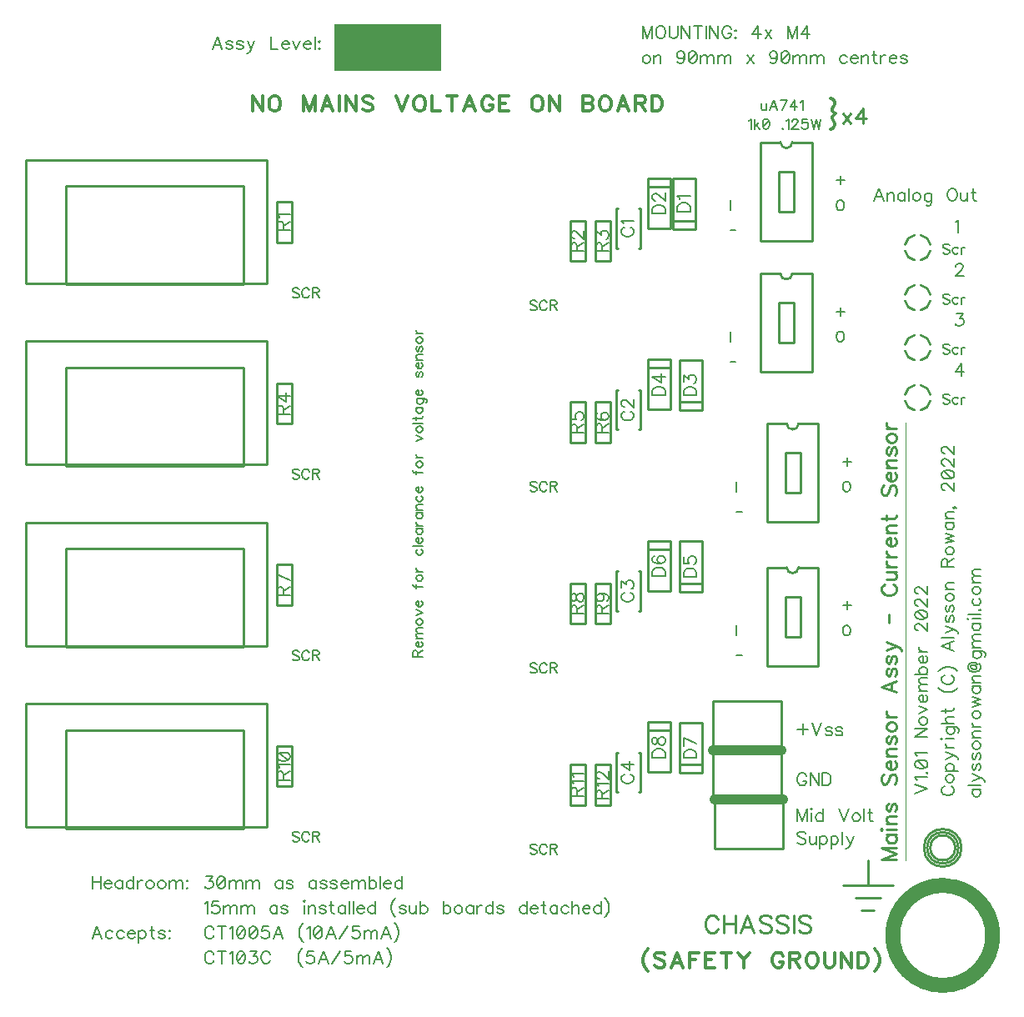
<source format=gbr>
G04 DipTrace 4.3.0.1*
G04 TopSilk.gbr*
%MOMM*%
G04 #@! TF.FileFunction,Legend,Top*
G04 #@! TF.Part,Single*
%ADD10C,0.25*%
%ADD14C,0.05*%
%ADD17C,1.0*%
%ADD22C,1.5*%
%ADD70C,0.19608*%
%ADD71C,0.23529*%
%ADD72C,0.33333*%
%ADD73C,0.27451*%
%ADD74C,0.31373*%
%ADD75C,0.15686*%
%FSLAX35Y35*%
G04*
G71*
G90*
G75*
G01*
G04 TopSilk*
%LPD*%
X1377000Y2535120D2*
D10*
X1359000D1*
X1145000D2*
X1127000D1*
X1145000Y2934880D2*
X1127000D1*
X1377000D2*
X1359000D1*
X1127000Y2535120D2*
Y2934880D1*
X1377000Y2535120D2*
Y2934880D1*
X1938500Y2730800D2*
X1708500D1*
Y3241200D1*
X1938500Y2815597D2*
X1708500D1*
X1938500Y3241200D2*
X1708500D1*
X1938500Y2730800D2*
Y3241200D1*
X1454500Y3247200D2*
X1684500D1*
Y2736800D1*
X1454500Y3162403D2*
X1684500D1*
X1454500Y2736800D2*
X1684500D1*
X1454500Y3247200D2*
Y2736800D1*
X4444950Y-4953000D2*
D22*
X4445000D1*
G03X4445000Y-3937000I0J508000D01*
G01*
X4444950D1*
G03X4444950Y-4953000I0J-508000D01*
G01*
X3683050Y-3683000D2*
D10*
Y-3937000D1*
X3429000D2*
X3936950D1*
X3555950Y-4064000D2*
X3810000D1*
X3746450Y-4191000D2*
X3619500D1*
X-2164300Y3002080D2*
X-2316700D1*
X-2164300Y2594920D2*
Y3002080D1*
Y2594920D2*
X-2316700D1*
Y3002080D1*
X667800Y2404420D2*
X820200D1*
X667800Y2811580D2*
Y2404420D1*
Y2811580D2*
X820200D1*
Y2404420D1*
X1074200Y2811580D2*
X921800D1*
X1074200Y2404420D2*
Y2811580D1*
Y2404420D2*
X921800D1*
Y2811580D1*
X-4866500Y2180557D2*
X-2416500D1*
Y3430443D1*
X-4866500D1*
Y2180557D1*
X1377000Y693620D2*
X1359000D1*
X1145000D2*
X1127000D1*
X1145000Y1093380D2*
X1127000D1*
X1377000D2*
X1359000D1*
X1127000Y693620D2*
Y1093380D1*
X1377000Y693620D2*
Y1093380D1*
X2002000Y889300D2*
X1772000D1*
Y1399700D1*
X2002000Y974097D2*
X1772000D1*
X2002000Y1399700D2*
X1772000D1*
X2002000Y889300D2*
Y1399700D1*
X1454500Y1405700D2*
X1684500D1*
Y895300D1*
X1454500Y1320903D2*
X1684500D1*
X1454500Y895300D2*
X1684500D1*
X1454500Y1405700D2*
Y895300D1*
X-2164300Y1160580D2*
X-2316700D1*
X-2164300Y753420D2*
Y1160580D1*
Y753420D2*
X-2316700D1*
Y1160580D1*
X667800Y562920D2*
X820200D1*
X667800Y970080D2*
Y562920D1*
Y970080D2*
X820200D1*
Y562920D1*
X1074200Y970080D2*
X921800D1*
X1074200Y562920D2*
Y970080D1*
Y562920D2*
X921800D1*
Y970080D1*
X-4866500Y339057D2*
X-2416500D1*
Y1588943D1*
X-4866500D1*
Y339057D1*
X1377000Y-1147880D2*
X1359000D1*
X1145000D2*
X1127000D1*
X1145000Y-748120D2*
X1127000D1*
X1377000D2*
X1359000D1*
X1127000Y-1147880D2*
Y-748120D1*
X1377000Y-1147880D2*
Y-748120D1*
X2002000Y-952200D2*
X1772000D1*
Y-441800D1*
X2002000Y-867403D2*
X1772000D1*
X2002000Y-441800D2*
X1772000D1*
X2002000Y-952200D2*
Y-441800D1*
X1454500Y-435800D2*
X1684500D1*
Y-946200D1*
X1454500Y-520597D2*
X1684500D1*
X1454500Y-946200D2*
X1684500D1*
X1454500Y-435800D2*
Y-946200D1*
X-2164300Y-680920D2*
X-2316700D1*
X-2164300Y-1088080D2*
Y-680920D1*
Y-1088080D2*
X-2316700D1*
Y-680920D1*
X667800Y-1278580D2*
X820200D1*
X667800Y-871420D2*
Y-1278580D1*
Y-871420D2*
X820200D1*
Y-1278580D1*
X1074200Y-871420D2*
X921800D1*
X1074200Y-1278580D2*
Y-871420D1*
Y-1278580D2*
X921800D1*
Y-871420D1*
X-4866500Y-1502443D2*
X-2416500D1*
Y-252557D1*
X-4866500D1*
Y-1502443D1*
X1377000Y-2989380D2*
X1359000D1*
X1145000D2*
X1127000D1*
X1145000Y-2589620D2*
X1127000D1*
X1377000D2*
X1359000D1*
X1127000Y-2989380D2*
Y-2589620D1*
X1377000Y-2989380D2*
Y-2589620D1*
X2002000Y-2793700D2*
X1772000D1*
Y-2283300D1*
X2002000Y-2708903D2*
X1772000D1*
X2002000Y-2283300D2*
X1772000D1*
X2002000Y-2793700D2*
Y-2283300D1*
X1454500Y-2277300D2*
X1684500D1*
Y-2787700D1*
X1454500Y-2362097D2*
X1684500D1*
X1454500Y-2787700D2*
X1684500D1*
X1454500Y-2277300D2*
Y-2787700D1*
X-2164300Y-2522420D2*
X-2316700D1*
X-2164300Y-2929580D2*
Y-2522420D1*
Y-2929580D2*
X-2316700D1*
Y-2522420D1*
X667800Y-3120080D2*
X820200D1*
X667800Y-2712920D2*
Y-3120080D1*
Y-2712920D2*
X820200D1*
Y-3120080D1*
X1074200Y-2712920D2*
X921800D1*
X1074200Y-3120080D2*
Y-2712920D1*
Y-3120080D2*
X921800D1*
Y-2712920D1*
X-4866500Y-3343943D2*
X-2416500D1*
Y-2094057D1*
X-4866500D1*
Y-3343943D1*
X-4454400Y3167000D2*
Y2167000D1*
X-2654400D1*
Y3167000D1*
X-4454400D1*
Y1325500D2*
Y325500D1*
X-2654400D1*
Y1325500D1*
X-4454400D1*
X2110627Y-2067750D2*
Y-3067750D1*
X2810627D1*
Y-2067750D1*
X2110627D1*
Y-2567750D2*
D17*
X2810627D1*
X-4454400Y-516000D2*
D10*
Y-1516000D1*
X-2654400D1*
Y-516000D1*
X-4454400D1*
Y-2357500D2*
Y-3357500D1*
X-2654400D1*
Y-2357500D1*
X-4454400D1*
X4254500Y-3556000D2*
G02X4254500Y-3556000I190500J0D01*
G01*
X4318013D2*
G02X4318013Y-3556000I126987J0D01*
G01*
X4286237D2*
G02X4286237Y-3556000I158763J0D01*
G01*
X4222750Y2667000D2*
G02X4318000Y2571750I-15875J-111125D01*
G01*
Y2508250D2*
G02X4222750Y2413000I-111125J15875D01*
G01*
X4159250D2*
G02X4064000Y2508250I15875J111125D01*
G01*
Y2571750D2*
G02X4159250Y2667000I111125J-15875D01*
G01*
X4222750Y2159000D2*
G02X4318000Y2063750I-15875J-111125D01*
G01*
Y2000250D2*
G02X4222750Y1905000I-111125J15875D01*
G01*
X4159250D2*
G02X4064000Y2000250I15875J111125D01*
G01*
Y2063750D2*
G02X4159250Y2159000I111125J-15875D01*
G01*
X4222750Y1651000D2*
G02X4318000Y1555750I-15875J-111125D01*
G01*
Y1492250D2*
G02X4222750Y1397000I-111125J15875D01*
G01*
X4159250D2*
G02X4064000Y1492250I15875J111125D01*
G01*
Y1555750D2*
G02X4159250Y1651000I111125J-15875D01*
G01*
X4222750Y1143000D2*
G02X4318000Y1047750I-15875J-111125D01*
G01*
Y984250D2*
G02X4222750Y889000I-111125J15875D01*
G01*
X4159250D2*
G02X4064000Y984250I15875J111125D01*
G01*
Y1047750D2*
G02X4159250Y1143000I111125J-15875D01*
G01*
X3117510Y3611500D2*
Y2611500D1*
X2597490D2*
X3117510D1*
X2597490Y3611500D2*
Y2611500D1*
Y3611500D2*
X2797490D1*
X3117510D2*
X2917510D1*
X2797490D2*
G03X2917510Y3611500I60010J10D01*
G01*
X2933700Y3315107D2*
X2781300D1*
X2933700Y2907893D2*
Y3315107D1*
Y2907893D2*
X2781300D1*
Y3315107D1*
X3117510Y2278000D2*
Y1278000D1*
X2597490D2*
X3117510D1*
X2597490Y2278000D2*
Y1278000D1*
Y2278000D2*
X2797490D1*
X3117510D2*
X2917510D1*
X2797490D2*
G03X2917510Y2278000I60010J10D01*
G01*
X2933700Y1981607D2*
X2781300D1*
X2933700Y1574393D2*
Y1981607D1*
Y1574393D2*
X2781300D1*
Y1981607D1*
X3181010Y754000D2*
Y-246000D1*
X2660990D2*
X3181010D1*
X2660990Y754000D2*
Y-246000D1*
Y754000D2*
X2860990D1*
X3181010D2*
X2981010D1*
X2860990D2*
G03X2981010Y754000I60010J10D01*
G01*
X2997200Y457607D2*
X2844800D1*
X2997200Y50393D2*
Y457607D1*
Y50393D2*
X2844800D1*
Y457607D1*
X3181010Y-706500D2*
Y-1706500D1*
X2660990D2*
X3181010D1*
X2660990Y-706500D2*
Y-1706500D1*
Y-706500D2*
X2860990D1*
X3181010D2*
X2981010D1*
X2860990D2*
G03X2981010Y-706500I60010J10D01*
G01*
X2997200Y-1002893D2*
X2844800D1*
X2997200Y-1410107D2*
Y-1002893D1*
Y-1410107D2*
X2844800D1*
Y-1002893D1*
X4064000Y762000D2*
D14*
Y-3683000D1*
G36*
X-1729750Y4810750D2*
X-650250D1*
Y4334500D1*
X-1729750D1*
Y4810750D1*
G37*
X2126500Y-3071873D2*
D10*
X2826500D1*
Y-3567877D1*
X2126500D1*
Y-3071873D1*
Y-3067877D2*
D17*
X2826500D1*
X3977002Y-3555400D2*
D71*
X3823870D1*
X3977002Y-3613688D1*
X3823870Y-3671975D1*
X3977002D1*
X3874914Y-3420910D2*
X3977002D1*
X3896814D2*
X3882158Y-3435397D1*
X3874914Y-3450053D1*
Y-3471785D1*
X3882158Y-3486441D1*
X3896814Y-3500929D1*
X3918714Y-3508341D1*
X3933202D1*
X3955102Y-3500929D1*
X3969589Y-3486441D1*
X3977002Y-3471785D1*
Y-3450053D1*
X3969589Y-3435397D1*
X3955102Y-3420910D1*
X3823870Y-3373851D2*
X3831114Y-3366607D1*
X3823870Y-3359195D1*
X3816458Y-3366607D1*
X3823870Y-3373851D1*
X3874914Y-3366607D2*
X3977002D1*
X3874914Y-3312136D2*
X3977002D1*
X3904058D2*
X3882158Y-3290236D1*
X3874914Y-3275580D1*
Y-3253848D1*
X3882158Y-3239192D1*
X3904058Y-3231948D1*
X3977002D1*
X3896814Y-3104702D2*
X3882158Y-3111945D1*
X3874914Y-3133845D1*
Y-3155745D1*
X3882158Y-3177645D1*
X3896814Y-3184889D1*
X3911302Y-3177645D1*
X3918714Y-3162989D1*
X3925958Y-3126602D1*
X3933202Y-3111945D1*
X3947858Y-3104702D1*
X3955102D1*
X3969589Y-3111945D1*
X3977002Y-3133845D1*
Y-3155745D1*
X3969589Y-3177645D1*
X3955102Y-3184889D1*
X3845770Y-2807419D2*
X3831114Y-2821907D1*
X3823870Y-2843807D1*
Y-2872951D1*
X3831114Y-2894851D1*
X3845770Y-2909507D1*
X3860258D1*
X3874914Y-2902095D1*
X3882158Y-2894851D1*
X3889402Y-2880363D1*
X3904058Y-2836563D1*
X3911302Y-2821907D1*
X3918714Y-2814663D1*
X3933202Y-2807419D1*
X3955102D1*
X3969589Y-2821907D1*
X3977002Y-2843807D1*
Y-2872951D1*
X3969589Y-2894851D1*
X3955102Y-2909507D1*
X3918714Y-2760360D2*
Y-2672929D1*
X3904058D1*
X3889402Y-2680173D1*
X3882158Y-2687417D1*
X3874914Y-2702073D1*
Y-2723973D1*
X3882158Y-2738460D1*
X3896814Y-2753117D1*
X3918714Y-2760360D1*
X3933202D1*
X3955102Y-2753117D1*
X3969589Y-2738460D1*
X3977002Y-2723973D1*
Y-2702073D1*
X3969589Y-2687417D1*
X3955102Y-2672929D1*
X3874914Y-2625870D2*
X3977002D1*
X3904058D2*
X3882158Y-2603970D1*
X3874914Y-2589314D1*
Y-2567582D1*
X3882158Y-2552926D1*
X3904058Y-2545682D1*
X3977002D1*
X3896814Y-2418436D2*
X3882158Y-2425680D1*
X3874914Y-2447580D1*
Y-2469480D1*
X3882158Y-2491380D1*
X3896814Y-2498624D1*
X3911302Y-2491380D1*
X3918714Y-2476724D1*
X3925958Y-2440336D1*
X3933202Y-2425680D1*
X3947858Y-2418436D1*
X3955102D1*
X3969589Y-2425680D1*
X3977002Y-2447580D1*
Y-2469480D1*
X3969589Y-2491380D1*
X3955102Y-2498624D1*
X3874914Y-2334989D2*
X3882158Y-2349477D1*
X3896814Y-2364133D1*
X3918714Y-2371377D1*
X3933202D1*
X3955102Y-2364133D1*
X3969589Y-2349477D1*
X3977002Y-2334989D1*
Y-2313089D1*
X3969589Y-2298433D1*
X3955102Y-2283946D1*
X3933202Y-2276533D1*
X3918714D1*
X3896814Y-2283946D1*
X3882158Y-2298433D1*
X3874914Y-2313089D1*
Y-2334989D1*
Y-2229474D2*
X3977002D1*
X3918714D2*
X3896814Y-2222062D1*
X3882158Y-2207574D1*
X3874914Y-2192918D1*
Y-2171018D1*
X3977002Y-1859080D2*
X3823870Y-1917536D1*
X3977002Y-1975824D1*
X3925958Y-1953924D2*
Y-1880980D1*
X3896814Y-1731833D2*
X3882158Y-1739077D1*
X3874914Y-1760977D1*
Y-1782877D1*
X3882158Y-1804777D1*
X3896814Y-1812021D1*
X3911302Y-1804777D1*
X3918714Y-1790121D1*
X3925958Y-1753733D1*
X3933202Y-1739077D1*
X3947858Y-1731833D1*
X3955102D1*
X3969589Y-1739077D1*
X3977002Y-1760977D1*
Y-1782877D1*
X3969589Y-1804777D1*
X3955102Y-1812021D1*
X3896814Y-1604587D2*
X3882158Y-1611831D1*
X3874914Y-1633731D1*
Y-1655631D1*
X3882158Y-1677531D1*
X3896814Y-1684774D1*
X3911302Y-1677531D1*
X3918714Y-1662874D1*
X3925958Y-1626487D1*
X3933202Y-1611831D1*
X3947858Y-1604587D1*
X3955102D1*
X3969589Y-1611831D1*
X3977002Y-1633731D1*
Y-1655631D1*
X3969589Y-1677531D1*
X3955102Y-1684774D1*
X3874914Y-1550116D2*
X3977002Y-1506484D1*
X4006145Y-1520972D1*
X4020802Y-1535628D1*
X4028045Y-1550116D1*
Y-1557528D1*
X3874914Y-1462684D2*
X3977002Y-1506484D1*
X3900520Y-1267490D2*
Y-1183259D1*
X3860258Y-878733D2*
X3845770Y-885977D1*
X3831114Y-900633D1*
X3823870Y-915120D1*
Y-944264D1*
X3831114Y-958920D1*
X3845770Y-973408D1*
X3860258Y-980820D1*
X3882158Y-988064D1*
X3918714D1*
X3940445Y-980820D1*
X3955102Y-973408D1*
X3969589Y-958920D1*
X3977002Y-944264D1*
Y-915120D1*
X3969589Y-900633D1*
X3955102Y-885977D1*
X3940445Y-878733D1*
X3874914Y-831674D2*
X3947858D1*
X3969589Y-824430D1*
X3977002Y-809774D1*
Y-787874D1*
X3969589Y-773386D1*
X3947858Y-751486D1*
X3874914D2*
X3977002D1*
X3874914Y-704427D2*
X3977002D1*
X3918714D2*
X3896814Y-697015D1*
X3882158Y-682527D1*
X3874914Y-667871D1*
Y-645971D1*
Y-598912D2*
X3977002D1*
X3918714D2*
X3896814Y-591500D1*
X3882158Y-577012D1*
X3874914Y-562356D1*
Y-540456D1*
X3918714Y-493397D2*
Y-405966D1*
X3904058D1*
X3889402Y-413210D1*
X3882158Y-420454D1*
X3874914Y-435110D1*
Y-457010D1*
X3882158Y-471497D1*
X3896814Y-486154D1*
X3918714Y-493397D1*
X3933202D1*
X3955102Y-486154D1*
X3969589Y-471497D1*
X3977002Y-457010D1*
Y-435110D1*
X3969589Y-420454D1*
X3955102Y-405966D1*
X3874914Y-358907D2*
X3977002D1*
X3904058D2*
X3882158Y-337007D1*
X3874914Y-322351D1*
Y-300619D1*
X3882158Y-285963D1*
X3904058Y-278719D1*
X3977002D1*
X3823870Y-209760D2*
X3947858D1*
X3969589Y-202517D1*
X3977002Y-187860D1*
Y-173373D1*
X3874914Y-231660D2*
Y-180617D1*
X3845770Y123909D2*
X3831114Y109422D1*
X3823870Y87522D1*
Y58378D1*
X3831114Y36478D1*
X3845770Y21822D1*
X3860258D1*
X3874914Y29234D1*
X3882158Y36478D1*
X3889402Y50966D1*
X3904058Y94766D1*
X3911302Y109422D1*
X3918714Y116666D1*
X3933202Y123909D1*
X3955102D1*
X3969589Y109422D1*
X3977002Y87522D1*
Y58378D1*
X3969589Y36478D1*
X3955102Y21822D1*
X3918714Y170968D2*
Y258400D1*
X3904058D1*
X3889402Y251156D1*
X3882158Y243912D1*
X3874914Y229256D1*
Y207356D1*
X3882158Y192868D1*
X3896814Y178212D1*
X3918714Y170968D1*
X3933202D1*
X3955102Y178212D1*
X3969589Y192868D1*
X3977002Y207356D1*
Y229256D1*
X3969589Y243912D1*
X3955102Y258400D1*
X3874914Y305459D2*
X3977002D1*
X3904058D2*
X3882158Y327359D1*
X3874914Y342015D1*
Y363746D1*
X3882158Y378402D1*
X3904058Y385646D1*
X3977002D1*
X3896814Y512893D2*
X3882158Y505649D1*
X3874914Y483749D1*
Y461849D1*
X3882158Y439949D1*
X3896814Y432705D1*
X3911302Y439949D1*
X3918714Y454605D1*
X3925958Y490993D1*
X3933202Y505649D1*
X3947858Y512893D1*
X3955102D1*
X3969589Y505649D1*
X3977002Y483749D1*
Y461849D1*
X3969589Y439949D1*
X3955102Y432705D1*
X3874914Y596339D2*
X3882158Y581852D1*
X3896814Y567196D1*
X3918714Y559952D1*
X3933202D1*
X3955102Y567196D1*
X3969589Y581852D1*
X3977002Y596339D1*
Y618239D1*
X3969589Y632896D1*
X3955102Y647383D1*
X3933202Y654796D1*
X3918714D1*
X3896814Y647383D1*
X3882158Y632896D1*
X3874914Y618239D1*
Y596339D1*
Y701854D2*
X3977002D1*
X3918714D2*
X3896814Y709267D1*
X3882158Y723754D1*
X3874914Y738410D1*
Y760310D1*
X4163225Y-3005909D2*
D70*
X4290835Y-2957336D1*
X4163225Y-2908763D1*
X4187652Y-2869548D2*
X4181475Y-2857334D1*
X4163365Y-2839084D1*
X4290835D1*
X4278621Y-2793832D2*
X4284798Y-2799868D1*
X4290835Y-2793832D1*
X4284798Y-2787655D1*
X4278621Y-2793832D1*
X4163365Y-2711939D2*
X4169402Y-2730189D1*
X4187652Y-2742403D1*
X4217975Y-2748439D1*
X4236225D1*
X4266548Y-2742403D1*
X4284798Y-2730189D1*
X4290835Y-2711939D1*
Y-2699866D1*
X4284798Y-2681616D1*
X4266548Y-2669543D1*
X4236225Y-2663366D1*
X4217975D1*
X4187652Y-2669543D1*
X4169402Y-2681616D1*
X4163365Y-2699866D1*
Y-2711939D1*
X4187652Y-2669543D2*
X4266548Y-2742403D1*
X4187652Y-2624151D2*
X4181475Y-2611937D1*
X4163365Y-2593687D1*
X4290835D1*
X4163225Y-2345952D2*
X4290835D1*
X4163225Y-2431025D1*
X4290835D1*
X4205762Y-2276413D2*
X4211798Y-2288486D1*
X4224012Y-2300700D1*
X4242262Y-2306736D1*
X4254335D1*
X4272585Y-2300700D1*
X4284658Y-2288486D1*
X4290835Y-2276413D1*
Y-2258163D1*
X4284658Y-2245950D1*
X4272585Y-2233877D1*
X4254335Y-2227700D1*
X4242262D1*
X4224012Y-2233877D1*
X4211798Y-2245950D1*
X4205762Y-2258163D1*
Y-2276413D1*
Y-2188484D2*
X4290835Y-2151984D1*
X4205762Y-2115624D1*
X4242262Y-2076409D2*
Y-2003549D1*
X4230048D1*
X4217835Y-2009586D1*
X4211798Y-2015622D1*
X4205762Y-2027836D1*
Y-2046086D1*
X4211798Y-2058159D1*
X4224012Y-2070372D1*
X4242262Y-2076409D1*
X4254335D1*
X4272585Y-2070372D1*
X4284658Y-2058159D1*
X4290835Y-2046086D1*
Y-2027836D1*
X4284658Y-2015622D1*
X4272585Y-2003549D1*
X4205762Y-1964333D2*
X4290835D1*
X4230048D2*
X4211798Y-1946083D1*
X4205762Y-1933870D1*
Y-1915760D1*
X4211798Y-1903547D1*
X4230048Y-1897510D1*
X4290835D1*
X4230048D2*
X4211798Y-1879260D1*
X4205762Y-1867047D1*
Y-1848937D1*
X4211798Y-1836724D1*
X4230048Y-1830547D1*
X4290835D1*
X4163225Y-1791331D2*
X4290835D1*
X4224012D2*
X4211798Y-1779118D1*
X4205762Y-1767045D1*
Y-1748795D1*
X4211798Y-1736721D1*
X4224012Y-1724508D1*
X4242262Y-1718471D1*
X4254335D1*
X4272585Y-1724508D1*
X4284658Y-1736721D1*
X4290835Y-1748795D1*
Y-1767045D1*
X4284658Y-1779118D1*
X4272585Y-1791331D1*
X4242262Y-1679256D2*
Y-1606396D1*
X4230048D1*
X4217835Y-1612433D1*
X4211798Y-1618469D1*
X4205762Y-1630683D1*
Y-1648933D1*
X4211798Y-1661006D1*
X4224012Y-1673219D1*
X4242262Y-1679256D1*
X4254335D1*
X4272585Y-1673219D1*
X4284658Y-1661006D1*
X4290835Y-1648933D1*
Y-1630683D1*
X4284658Y-1618469D1*
X4272585Y-1606396D1*
X4205762Y-1567180D2*
X4290835D1*
X4242262D2*
X4224012Y-1561004D1*
X4211798Y-1548930D1*
X4205762Y-1536717D1*
Y-1518467D1*
X4193689Y-1349628D2*
X4187652D1*
X4175439Y-1343591D1*
X4169402Y-1337555D1*
X4163365Y-1325341D1*
Y-1301055D1*
X4169402Y-1288982D1*
X4175439Y-1282945D1*
X4187652Y-1276768D1*
X4199725D1*
X4211939Y-1282945D1*
X4230048Y-1295018D1*
X4290835Y-1355805D1*
Y-1270732D1*
X4163365Y-1195016D2*
X4169402Y-1213266D1*
X4187652Y-1225480D1*
X4217975Y-1231516D1*
X4236225D1*
X4266548Y-1225480D1*
X4284798Y-1213266D1*
X4290835Y-1195016D1*
Y-1182943D1*
X4284798Y-1164693D1*
X4266548Y-1152620D1*
X4236225Y-1146443D1*
X4217975D1*
X4187652Y-1152620D1*
X4169402Y-1164693D1*
X4163365Y-1182943D1*
Y-1195016D1*
X4187652Y-1152620D2*
X4266548Y-1225480D1*
X4193689Y-1101050D2*
X4187652D1*
X4175439Y-1095014D1*
X4169402Y-1088977D1*
X4163365Y-1076764D1*
Y-1052477D1*
X4169402Y-1040404D1*
X4175439Y-1034368D1*
X4187652Y-1028191D1*
X4199725D1*
X4211939Y-1034368D1*
X4230048Y-1046441D1*
X4290835Y-1107227D1*
Y-1022154D1*
X4193689Y-976762D2*
X4187652D1*
X4175439Y-970725D1*
X4169402Y-964689D1*
X4163365Y-952475D1*
Y-928189D1*
X4169402Y-916116D1*
X4175439Y-910079D1*
X4187652Y-903902D1*
X4199725D1*
X4211939Y-910079D1*
X4230048Y-922152D1*
X4290835Y-982939D1*
Y-897866D1*
X4463691Y-2930940D2*
X4451618Y-2936976D1*
X4439405Y-2949190D1*
X4433368Y-2961263D1*
Y-2985549D1*
X4439405Y-2997763D1*
X4451618Y-3009836D1*
X4463691Y-3016013D1*
X4481941Y-3022049D1*
X4512405D1*
X4530515Y-3016013D1*
X4542728Y-3009836D1*
X4554801Y-2997763D1*
X4560978Y-2985549D1*
Y-2961263D1*
X4554801Y-2949190D1*
X4542728Y-2936976D1*
X4530515Y-2930940D1*
X4475905Y-2861401D2*
X4481941Y-2873474D1*
X4494155Y-2885688D1*
X4512405Y-2891724D1*
X4524478D1*
X4542728Y-2885688D1*
X4554801Y-2873474D1*
X4560978Y-2861401D1*
Y-2843151D1*
X4554801Y-2830938D1*
X4542728Y-2818864D1*
X4524478Y-2812688D1*
X4512405D1*
X4494155Y-2818864D1*
X4481941Y-2830938D1*
X4475905Y-2843151D1*
Y-2861401D1*
Y-2773472D2*
X4603515D1*
X4494155D2*
X4482082Y-2761258D1*
X4475905Y-2749185D1*
Y-2730935D1*
X4482082Y-2718722D1*
X4494155Y-2706649D1*
X4512405Y-2700472D1*
X4524618D1*
X4542728Y-2706649D1*
X4554941Y-2718722D1*
X4560978Y-2730935D1*
Y-2749185D1*
X4554941Y-2761258D1*
X4542728Y-2773472D1*
X4475905Y-2655079D2*
X4560978Y-2618720D1*
X4585265Y-2630793D1*
X4597478Y-2643006D1*
X4603515Y-2655079D1*
Y-2661256D1*
X4475905Y-2582220D2*
X4560978Y-2618720D1*
X4475905Y-2543004D2*
X4560978D1*
X4512405D2*
X4494155Y-2536827D1*
X4481941Y-2524754D1*
X4475905Y-2512541D1*
Y-2494291D1*
X4433368Y-2455075D2*
X4439405Y-2449038D1*
X4433368Y-2442861D1*
X4427191Y-2449038D1*
X4433368Y-2455075D1*
X4475905Y-2449038D2*
X4560978D1*
X4481941Y-2330786D2*
X4579228D1*
X4597338Y-2336823D1*
X4603515Y-2342859D1*
X4609551Y-2355073D1*
Y-2373323D1*
X4603515Y-2385396D1*
X4500191Y-2330786D2*
X4488118Y-2342859D1*
X4481941Y-2355073D1*
Y-2373323D1*
X4488118Y-2385396D1*
X4500191Y-2397609D1*
X4518441Y-2403646D1*
X4530655D1*
X4548765Y-2397609D1*
X4560978Y-2385396D1*
X4567015Y-2373323D1*
Y-2355073D1*
X4560978Y-2342859D1*
X4548765Y-2330786D1*
X4433368Y-2291570D2*
X4560978D1*
X4500191D2*
X4481941Y-2273320D1*
X4475905Y-2261107D1*
Y-2242857D1*
X4481941Y-2230784D1*
X4500191Y-2224747D1*
X4560978D1*
X4433368Y-2167282D2*
X4536691D1*
X4554801Y-2161245D1*
X4560978Y-2149032D1*
Y-2136959D1*
X4475905Y-2185532D2*
Y-2142995D1*
X4400097Y-1931760D2*
X4412170Y-1943973D1*
X4430420Y-1956046D1*
X4454707Y-1968260D1*
X4485170Y-1974296D1*
X4509457D1*
X4539780Y-1968260D1*
X4564066Y-1956046D1*
X4582316Y-1943973D1*
X4594390Y-1931760D1*
X4463691Y-1801435D2*
X4451618Y-1807471D1*
X4439405Y-1819685D1*
X4433368Y-1831758D1*
Y-1856044D1*
X4439405Y-1868258D1*
X4451618Y-1880331D1*
X4463691Y-1886508D1*
X4481941Y-1892544D1*
X4512405D1*
X4530515Y-1886508D1*
X4542728Y-1880331D1*
X4554801Y-1868258D1*
X4560978Y-1856044D1*
Y-1831758D1*
X4554801Y-1819685D1*
X4542728Y-1807471D1*
X4530515Y-1801435D1*
X4400097Y-1762219D2*
X4412170Y-1750005D1*
X4430420Y-1737932D1*
X4454707Y-1725719D1*
X4485170Y-1719682D1*
X4509457D1*
X4539780Y-1725719D1*
X4564066Y-1737932D1*
X4582316Y-1750005D1*
X4594390Y-1762219D1*
X4560978Y-1459734D2*
X4433368Y-1508447D1*
X4560978Y-1557020D1*
X4518441Y-1538770D2*
Y-1477984D1*
X4433368Y-1420518D2*
X4560978D1*
X4475905Y-1375125D2*
X4560978Y-1338766D1*
X4585265Y-1350839D1*
X4597478Y-1363052D1*
X4603515Y-1375125D1*
Y-1381302D1*
X4475905Y-1302266D2*
X4560978Y-1338766D1*
X4494155Y-1196227D2*
X4481941Y-1202264D1*
X4475905Y-1220514D1*
Y-1238764D1*
X4481941Y-1257014D1*
X4494155Y-1263050D1*
X4506228Y-1257014D1*
X4512405Y-1244800D1*
X4518441Y-1214477D1*
X4524478Y-1202264D1*
X4536691Y-1196227D1*
X4542728D1*
X4554801Y-1202264D1*
X4560978Y-1220514D1*
Y-1238764D1*
X4554801Y-1257014D1*
X4542728Y-1263050D1*
X4494155Y-1090188D2*
X4481941Y-1096225D1*
X4475905Y-1114475D1*
Y-1132725D1*
X4481941Y-1150975D1*
X4494155Y-1157011D1*
X4506228Y-1150975D1*
X4512405Y-1138761D1*
X4518441Y-1108438D1*
X4524478Y-1096225D1*
X4536691Y-1090188D1*
X4542728D1*
X4554801Y-1096225D1*
X4560978Y-1114475D1*
Y-1132725D1*
X4554801Y-1150975D1*
X4542728Y-1157011D1*
X4475905Y-1020649D2*
X4481941Y-1032723D1*
X4494155Y-1044936D1*
X4512405Y-1050973D1*
X4524478D1*
X4542728Y-1044936D1*
X4554801Y-1032723D1*
X4560978Y-1020649D1*
Y-1002399D1*
X4554801Y-990186D1*
X4542728Y-978113D1*
X4524478Y-971936D1*
X4512405D1*
X4494155Y-978113D1*
X4481941Y-990186D1*
X4475905Y-1002399D1*
Y-1020649D1*
Y-932720D2*
X4560978D1*
X4500191D2*
X4481941Y-914470D1*
X4475905Y-902257D1*
Y-884147D1*
X4481941Y-871934D1*
X4500191Y-865897D1*
X4560978D1*
X4494155Y-703235D2*
Y-648625D1*
X4487978Y-630375D1*
X4481941Y-624199D1*
X4469868Y-618162D1*
X4457655D1*
X4445582Y-624199D1*
X4439405Y-630375D1*
X4433368Y-648625D1*
Y-703235D1*
X4560978D1*
X4494155Y-660699D2*
X4560978Y-618162D1*
X4475905Y-548623D2*
X4481941Y-560696D1*
X4494155Y-572910D1*
X4512405Y-578946D1*
X4524478D1*
X4542728Y-572910D1*
X4554801Y-560696D1*
X4560978Y-548623D1*
Y-530373D1*
X4554801Y-518160D1*
X4542728Y-506087D1*
X4524478Y-499910D1*
X4512405D1*
X4494155Y-506087D1*
X4481941Y-518160D1*
X4475905Y-530373D1*
Y-548623D1*
Y-460694D2*
X4560978Y-436408D1*
X4475905Y-412121D1*
X4560978Y-387834D1*
X4475905Y-363548D1*
Y-251473D2*
X4560978D1*
X4494155D2*
X4481941Y-263546D1*
X4475905Y-275759D1*
Y-293869D1*
X4481941Y-306082D1*
X4494155Y-318155D1*
X4512405Y-324332D1*
X4524478D1*
X4542728Y-318155D1*
X4554801Y-306082D1*
X4560978Y-293869D1*
Y-275759D1*
X4554801Y-263546D1*
X4542728Y-251473D1*
X4475905Y-212257D2*
X4560978D1*
X4500191D2*
X4481941Y-194007D1*
X4475905Y-181793D1*
Y-163684D1*
X4481941Y-151470D1*
X4500191Y-145434D1*
X4560978D1*
X4554941Y-94005D2*
X4560978Y-100182D1*
X4554941Y-106218D1*
X4548765Y-100182D1*
X4554941Y-94005D1*
X4567015D1*
X4579228Y-100182D1*
X4585265Y-106218D1*
X4463832Y74834D2*
X4457795D1*
X4445582Y80871D1*
X4439545Y86907D1*
X4433509Y99121D1*
Y123407D1*
X4439545Y135480D1*
X4445582Y141517D1*
X4457795Y147694D1*
X4469868D1*
X4482082Y141517D1*
X4500191Y129444D1*
X4560978Y68657D1*
Y153730D1*
X4433509Y229446D2*
X4439545Y211196D1*
X4457795Y198983D1*
X4488118Y192946D1*
X4506368D1*
X4536691Y198983D1*
X4554941Y211196D1*
X4560978Y229446D1*
Y241519D1*
X4554941Y259769D1*
X4536691Y271842D1*
X4506368Y278019D1*
X4488118D1*
X4457795Y271842D1*
X4439545Y259769D1*
X4433509Y241519D1*
Y229446D1*
X4457795Y271842D2*
X4536691Y198983D1*
X4463832Y323412D2*
X4457795D1*
X4445582Y329448D1*
X4439545Y335485D1*
X4433509Y347698D1*
Y371985D1*
X4439545Y384058D1*
X4445582Y390095D1*
X4457795Y396271D1*
X4469868D1*
X4482082Y390095D1*
X4500191Y378021D1*
X4560978Y317235D1*
Y402308D1*
X4463832Y447701D2*
X4457795D1*
X4445582Y453737D1*
X4439545Y459774D1*
X4433509Y471987D1*
Y496274D1*
X4439545Y508347D1*
X4445582Y514383D1*
X4457795Y520560D1*
X4469868D1*
X4482082Y514383D1*
X4500191Y502310D1*
X4560978Y441524D1*
Y526597D1*
X4743788Y-2963073D2*
X4828861D1*
X4762038D2*
X4749825Y-2975146D1*
X4743788Y-2987360D1*
Y-3005469D1*
X4749825Y-3017683D1*
X4762038Y-3029756D1*
X4780288Y-3035933D1*
X4792361D1*
X4810611Y-3029756D1*
X4822684Y-3017683D1*
X4828861Y-3005469D1*
Y-2987360D1*
X4822684Y-2975146D1*
X4810611Y-2963073D1*
X4701252Y-2923857D2*
X4828861D1*
X4743788Y-2878465D2*
X4828861Y-2842105D1*
X4853148Y-2854178D1*
X4865361Y-2866392D1*
X4871398Y-2878465D1*
Y-2884642D1*
X4743788Y-2805605D2*
X4828861Y-2842105D1*
X4762038Y-2699566D2*
X4749825Y-2705603D1*
X4743788Y-2723853D1*
Y-2742103D1*
X4749825Y-2760353D1*
X4762038Y-2766390D1*
X4774111Y-2760353D1*
X4780288Y-2748140D1*
X4786325Y-2717816D1*
X4792361Y-2705603D1*
X4804575Y-2699566D1*
X4810611D1*
X4822684Y-2705603D1*
X4828861Y-2723853D1*
Y-2742103D1*
X4822684Y-2760353D1*
X4810611Y-2766390D1*
X4762038Y-2593528D2*
X4749825Y-2599564D1*
X4743788Y-2617814D1*
Y-2636064D1*
X4749825Y-2654314D1*
X4762038Y-2660351D1*
X4774111Y-2654314D1*
X4780288Y-2642101D1*
X4786325Y-2611778D1*
X4792361Y-2599564D1*
X4804575Y-2593528D1*
X4810611D1*
X4822684Y-2599564D1*
X4828861Y-2617814D1*
Y-2636064D1*
X4822684Y-2654314D1*
X4810611Y-2660351D1*
X4743788Y-2523989D2*
X4749825Y-2536062D1*
X4762038Y-2548275D1*
X4780288Y-2554312D1*
X4792361D1*
X4810611Y-2548275D1*
X4822684Y-2536062D1*
X4828861Y-2523989D1*
Y-2505739D1*
X4822684Y-2493525D1*
X4810611Y-2481452D1*
X4792361Y-2475275D1*
X4780288D1*
X4762038Y-2481452D1*
X4749825Y-2493525D1*
X4743788Y-2505739D1*
Y-2523989D1*
Y-2436060D2*
X4828861D1*
X4768075D2*
X4749825Y-2417810D1*
X4743788Y-2405596D1*
Y-2387487D1*
X4749825Y-2375273D1*
X4768075Y-2369237D1*
X4828861D1*
X4743788Y-2330021D2*
X4828861D1*
X4780288D2*
X4762038Y-2323844D1*
X4749825Y-2311771D1*
X4743788Y-2299558D1*
Y-2281308D1*
Y-2211769D2*
X4749825Y-2223842D1*
X4762038Y-2236055D1*
X4780288Y-2242092D1*
X4792361D1*
X4810611Y-2236055D1*
X4822684Y-2223842D1*
X4828861Y-2211769D1*
Y-2193519D1*
X4822684Y-2181305D1*
X4810611Y-2169232D1*
X4792361Y-2163055D1*
X4780288D1*
X4762038Y-2169232D1*
X4749825Y-2181305D1*
X4743788Y-2193519D1*
Y-2211769D1*
Y-2123840D2*
X4828861Y-2099553D1*
X4743788Y-2075267D1*
X4828861Y-2050980D1*
X4743788Y-2026693D1*
Y-1914618D2*
X4828861D1*
X4762038D2*
X4749825Y-1926691D1*
X4743788Y-1938905D1*
Y-1957014D1*
X4749825Y-1969228D1*
X4762038Y-1981301D1*
X4780288Y-1987478D1*
X4792361D1*
X4810611Y-1981301D1*
X4822684Y-1969228D1*
X4828861Y-1957014D1*
Y-1938905D1*
X4822684Y-1926691D1*
X4810611Y-1914618D1*
X4743788Y-1875403D2*
X4828861D1*
X4768075D2*
X4749825Y-1857153D1*
X4743788Y-1844939D1*
Y-1826829D1*
X4749825Y-1814616D1*
X4768075Y-1808579D1*
X4828861D1*
X4731715Y-1702541D2*
Y-1720791D1*
X4737752Y-1732864D1*
X4743788Y-1739041D1*
X4756002Y-1745077D1*
X4780288D1*
X4786325Y-1739041D1*
Y-1726827D1*
X4780288Y-1702541D1*
X4792361Y-1696504D1*
Y-1690468D1*
X4780288Y-1678254D1*
X4749965Y-1672218D1*
X4731715Y-1678254D1*
X4719502Y-1684291D1*
X4707429Y-1696504D1*
X4701392Y-1708577D1*
Y-1732864D1*
X4707429Y-1745077D1*
X4719502Y-1757150D1*
X4731715Y-1763327D1*
X4749965Y-1769364D1*
X4780288D1*
X4798538Y-1763327D1*
X4810611Y-1757150D1*
X4822825Y-1745077D1*
X4828861Y-1732864D1*
Y-1708577D1*
X4822825Y-1696504D1*
X4810611Y-1684291D1*
X4725679Y-1702541D2*
X4780288D1*
X4749825Y-1560142D2*
X4847111D1*
X4865221Y-1566179D1*
X4871398Y-1572215D1*
X4877434Y-1584429D1*
Y-1602679D1*
X4871398Y-1614752D1*
X4768075Y-1560142D2*
X4756002Y-1572215D1*
X4749825Y-1584429D1*
Y-1602679D1*
X4756002Y-1614752D1*
X4768075Y-1626965D1*
X4786325Y-1633002D1*
X4798538D1*
X4816648Y-1626965D1*
X4828861Y-1614752D1*
X4834898Y-1602679D1*
Y-1584429D1*
X4828861Y-1572215D1*
X4816648Y-1560142D1*
X4743788Y-1520927D2*
X4828861D1*
X4768075D2*
X4749825Y-1502677D1*
X4743788Y-1490463D1*
Y-1472354D1*
X4749825Y-1460140D1*
X4768075Y-1454104D1*
X4828861D1*
X4768075D2*
X4749825Y-1435854D1*
X4743788Y-1423640D1*
Y-1405530D1*
X4749825Y-1393317D1*
X4768075Y-1387140D1*
X4828861D1*
X4743788Y-1275065D2*
X4828861D1*
X4762038D2*
X4749825Y-1287138D1*
X4743788Y-1299351D1*
Y-1317461D1*
X4749825Y-1329674D1*
X4762038Y-1341747D1*
X4780288Y-1347924D1*
X4792361D1*
X4810611Y-1341747D1*
X4822684Y-1329674D1*
X4828861Y-1317461D1*
Y-1299351D1*
X4822684Y-1287138D1*
X4810611Y-1275065D1*
X4701252Y-1235849D2*
X4707288Y-1229813D1*
X4701252Y-1223636D1*
X4695075Y-1229813D1*
X4701252Y-1235849D1*
X4743788Y-1229813D2*
X4828861D1*
X4701252Y-1184420D2*
X4828861D1*
X4816648Y-1139168D2*
X4822825Y-1145204D1*
X4828861Y-1139168D1*
X4822825Y-1132991D1*
X4816648Y-1139168D1*
X4762038Y-1020775D2*
X4749825Y-1032989D1*
X4743788Y-1045202D1*
Y-1063312D1*
X4749825Y-1075525D1*
X4762038Y-1087598D1*
X4780288Y-1093775D1*
X4792361D1*
X4810611Y-1087598D1*
X4822684Y-1075525D1*
X4828861Y-1063312D1*
Y-1045202D1*
X4822684Y-1032989D1*
X4810611Y-1020775D1*
X4743788Y-951236D2*
X4749825Y-963309D1*
X4762038Y-975523D1*
X4780288Y-981559D1*
X4792361D1*
X4810611Y-975523D1*
X4822684Y-963309D1*
X4828861Y-951236D1*
Y-932986D1*
X4822684Y-920773D1*
X4810611Y-908700D1*
X4792361Y-902523D1*
X4780288D1*
X4762038Y-908700D1*
X4749825Y-920773D1*
X4743788Y-932986D1*
Y-951236D1*
Y-863307D2*
X4828861D1*
X4768075D2*
X4749825Y-845057D1*
X4743788Y-832844D1*
Y-814734D1*
X4749825Y-802521D1*
X4768075Y-796484D1*
X4828861D1*
X4768075D2*
X4749825Y-778234D1*
X4743788Y-766021D1*
Y-747911D1*
X4749825Y-735698D1*
X4768075Y-729521D1*
X4828861D1*
X-2462799Y4080711D2*
D72*
Y3927580D1*
X-2564887Y4080711D1*
Y3927580D1*
X-2352332Y4080711D2*
X-2366988Y4073467D1*
X-2381476Y4058811D1*
X-2388888Y4044324D1*
X-2396132Y4022424D1*
Y3985867D1*
X-2388888Y3964136D1*
X-2381476Y3949480D1*
X-2366988Y3934992D1*
X-2352332Y3927580D1*
X-2323188D1*
X-2308701Y3934992D1*
X-2294045Y3949480D1*
X-2286801Y3964136D1*
X-2279557Y3985867D1*
Y4022424D1*
X-2286801Y4044324D1*
X-2294045Y4058811D1*
X-2308701Y4073467D1*
X-2323188Y4080711D1*
X-2352332D1*
X-1928571Y3927580D2*
Y4080711D1*
X-1986859Y3927580D1*
X-2045147Y4080711D1*
Y3927580D1*
X-1745161D2*
X-1803617Y4080711D1*
X-1861905Y3927580D1*
X-1840005Y3978624D2*
X-1767061D1*
X-1678494Y4080711D2*
Y3927580D1*
X-1509740Y4080711D2*
Y3927580D1*
X-1611827Y4080711D1*
Y3927580D1*
X-1340985Y4058811D2*
X-1355473Y4073467D1*
X-1377373Y4080711D1*
X-1406517D1*
X-1428417Y4073467D1*
X-1443073Y4058811D1*
Y4044324D1*
X-1435661Y4029667D1*
X-1428417Y4022424D1*
X-1413929Y4015180D1*
X-1370129Y4000524D1*
X-1355473Y3993280D1*
X-1348229Y3985867D1*
X-1340985Y3971380D1*
Y3949480D1*
X-1355473Y3934992D1*
X-1377373Y3927580D1*
X-1406517D1*
X-1428417Y3934992D1*
X-1443073Y3949480D1*
X-1106575Y4080711D2*
X-1048287Y3927580D1*
X-990000Y4080711D1*
X-879533D2*
X-894189Y4073467D1*
X-908677Y4058811D1*
X-916089Y4044324D1*
X-923333Y4022424D1*
Y3985867D1*
X-916089Y3964136D1*
X-908677Y3949480D1*
X-894189Y3934992D1*
X-879533Y3927580D1*
X-850389D1*
X-835902Y3934992D1*
X-821245Y3949480D1*
X-814002Y3964136D1*
X-806758Y3985867D1*
Y4022424D1*
X-814002Y4044324D1*
X-821245Y4058811D1*
X-835902Y4073467D1*
X-850389Y4080711D1*
X-879533D1*
X-740091D2*
Y3927580D1*
X-652659D1*
X-534949Y4080711D2*
Y3927580D1*
X-585993Y4080711D2*
X-483905D1*
X-300495Y3927580D2*
X-358951Y4080711D1*
X-417238Y3927580D1*
X-395338Y3978624D2*
X-322395D1*
X-124496Y4044324D2*
X-131740Y4058811D1*
X-146396Y4073467D1*
X-160884Y4080711D1*
X-190028D1*
X-204684Y4073467D1*
X-219172Y4058811D1*
X-226584Y4044324D1*
X-233828Y4022424D1*
Y3985867D1*
X-226584Y3964136D1*
X-219172Y3949480D1*
X-204684Y3934992D1*
X-190028Y3927580D1*
X-160884D1*
X-146396Y3934992D1*
X-131740Y3949480D1*
X-124496Y3964136D1*
Y3985867D1*
X-160884D1*
X36846Y4080711D2*
X-57830D1*
Y3927580D1*
X36846D1*
X-57830Y4007767D2*
X458D1*
X315056Y4080711D2*
X300400Y4073467D1*
X285912Y4058811D1*
X278500Y4044324D1*
X271256Y4022424D1*
Y3985867D1*
X278500Y3964136D1*
X285912Y3949480D1*
X300400Y3934992D1*
X315056Y3927580D1*
X344200D1*
X358687Y3934992D1*
X373344Y3949480D1*
X380587Y3964136D1*
X387831Y3985867D1*
Y4022424D1*
X380587Y4044324D1*
X373344Y4058811D1*
X358687Y4073467D1*
X344200Y4080711D1*
X315056D1*
X556586D2*
Y3927580D1*
X454498Y4080711D1*
Y3927580D1*
X790996Y4080711D2*
Y3927580D1*
X856696D1*
X878596Y3934992D1*
X885840Y3942236D1*
X893084Y3956724D1*
Y3978624D1*
X885840Y3993280D1*
X878596Y4000524D1*
X856696Y4007767D1*
X878596Y4015180D1*
X885840Y4022424D1*
X893084Y4036911D1*
Y4051567D1*
X885840Y4066055D1*
X878596Y4073467D1*
X856696Y4080711D1*
X790996D1*
Y4007767D2*
X856696D1*
X1003550Y4080711D2*
X988894Y4073467D1*
X974406Y4058811D1*
X966994Y4044324D1*
X959750Y4022424D1*
Y3985867D1*
X966994Y3964136D1*
X974406Y3949480D1*
X988894Y3934992D1*
X1003550Y3927580D1*
X1032694D1*
X1047182Y3934992D1*
X1061838Y3949480D1*
X1069082Y3964136D1*
X1076326Y3985867D1*
Y4022424D1*
X1069082Y4044324D1*
X1061838Y4058811D1*
X1047182Y4073467D1*
X1032694Y4080711D1*
X1003550D1*
X1259736Y3927580D2*
X1201280Y4080711D1*
X1142992Y3927580D1*
X1164892Y3978624D2*
X1237836D1*
X1326403Y4007767D2*
X1391934D1*
X1413834Y4015180D1*
X1421247Y4022424D1*
X1428491Y4036911D1*
Y4051567D1*
X1421247Y4066055D1*
X1413834Y4073467D1*
X1391934Y4080711D1*
X1326403D1*
Y3927580D1*
X1377447Y4007767D2*
X1428491Y3927580D1*
X1495157Y4080711D2*
Y3927580D1*
X1546201D1*
X1568101Y3934992D1*
X1582757Y3949480D1*
X1590001Y3964136D1*
X1597245Y3985867D1*
Y4022424D1*
X1590001Y4044324D1*
X1582757Y4058811D1*
X1568101Y4073467D1*
X1546201Y4080711D1*
X1495157D1*
X-3035786Y-3843412D2*
D70*
X-2969103D1*
X-3005463Y-3891985D1*
X-2987213D1*
X-2975140Y-3898022D1*
X-2969103Y-3904058D1*
X-2962926Y-3922308D1*
Y-3934381D1*
X-2969103Y-3952631D1*
X-2981176Y-3964845D1*
X-2999426Y-3970881D1*
X-3017676D1*
X-3035786Y-3964845D1*
X-3041822Y-3958668D1*
X-3047999Y-3946595D1*
X-2887211Y-3843412D2*
X-2905461Y-3849449D1*
X-2917674Y-3867699D1*
X-2923711Y-3898022D1*
Y-3916272D1*
X-2917674Y-3946595D1*
X-2905461Y-3964845D1*
X-2887211Y-3970881D1*
X-2875138D1*
X-2856888Y-3964845D1*
X-2844814Y-3946595D1*
X-2838638Y-3916272D1*
Y-3898022D1*
X-2844814Y-3867699D1*
X-2856888Y-3849449D1*
X-2875138Y-3843412D1*
X-2887211D1*
X-2844814Y-3867699D2*
X-2917674Y-3946595D1*
X-2799422Y-3885808D2*
Y-3970881D1*
Y-3910095D2*
X-2781172Y-3891845D1*
X-2768958Y-3885808D1*
X-2750849D1*
X-2738635Y-3891845D1*
X-2732599Y-3910095D1*
Y-3970881D1*
Y-3910095D2*
X-2714349Y-3891845D1*
X-2702135Y-3885808D1*
X-2684026D1*
X-2671812Y-3891845D1*
X-2665635Y-3910095D1*
Y-3970881D1*
X-2626420Y-3885808D2*
Y-3970881D1*
Y-3910095D2*
X-2608170Y-3891845D1*
X-2595956Y-3885808D1*
X-2577847D1*
X-2565633Y-3891845D1*
X-2559597Y-3910095D1*
Y-3970881D1*
Y-3910095D2*
X-2541347Y-3891845D1*
X-2529133Y-3885808D1*
X-2511024D1*
X-2498810Y-3891845D1*
X-2492633Y-3910095D1*
Y-3970881D1*
X-2257111Y-3885808D2*
Y-3970881D1*
Y-3904058D2*
X-2269184Y-3891845D1*
X-2281398Y-3885808D1*
X-2299508D1*
X-2311721Y-3891845D1*
X-2323794Y-3904058D1*
X-2329971Y-3922308D1*
Y-3934381D1*
X-2323794Y-3952631D1*
X-2311721Y-3964704D1*
X-2299508Y-3970881D1*
X-2281398D1*
X-2269184Y-3964704D1*
X-2257111Y-3952631D1*
X-2151073Y-3904058D2*
X-2157109Y-3891845D1*
X-2175359Y-3885808D1*
X-2193609D1*
X-2211859Y-3891845D1*
X-2217896Y-3904058D1*
X-2211859Y-3916131D1*
X-2199646Y-3922308D1*
X-2169323Y-3928345D1*
X-2157109Y-3934381D1*
X-2151073Y-3946595D1*
Y-3952631D1*
X-2157109Y-3964704D1*
X-2175359Y-3970881D1*
X-2193609D1*
X-2211859Y-3964704D1*
X-2217896Y-3952631D1*
X-1915551Y-3885808D2*
Y-3970881D1*
Y-3904058D2*
X-1927624Y-3891845D1*
X-1939837Y-3885808D1*
X-1957947D1*
X-1970160Y-3891845D1*
X-1982234Y-3904058D1*
X-1988410Y-3922308D1*
Y-3934381D1*
X-1982234Y-3952631D1*
X-1970160Y-3964704D1*
X-1957947Y-3970881D1*
X-1939837D1*
X-1927624Y-3964704D1*
X-1915551Y-3952631D1*
X-1809512Y-3904058D2*
X-1815549Y-3891845D1*
X-1833799Y-3885808D1*
X-1852049D1*
X-1870299Y-3891845D1*
X-1876335Y-3904058D1*
X-1870299Y-3916131D1*
X-1858085Y-3922308D1*
X-1827762Y-3928345D1*
X-1815549Y-3934381D1*
X-1809512Y-3946595D1*
Y-3952631D1*
X-1815549Y-3964704D1*
X-1833799Y-3970881D1*
X-1852049D1*
X-1870299Y-3964704D1*
X-1876335Y-3952631D1*
X-1703473Y-3904058D2*
X-1709510Y-3891845D1*
X-1727760Y-3885808D1*
X-1746010D1*
X-1764260Y-3891845D1*
X-1770296Y-3904058D1*
X-1764260Y-3916131D1*
X-1752046Y-3922308D1*
X-1721723Y-3928345D1*
X-1709510Y-3934381D1*
X-1703473Y-3946595D1*
Y-3952631D1*
X-1709510Y-3964704D1*
X-1727760Y-3970881D1*
X-1746010D1*
X-1764260Y-3964704D1*
X-1770296Y-3952631D1*
X-1664258Y-3922308D2*
X-1591398D1*
Y-3910095D1*
X-1597435Y-3897881D1*
X-1603471Y-3891845D1*
X-1615685Y-3885808D1*
X-1633935D1*
X-1646008Y-3891845D1*
X-1658221Y-3904058D1*
X-1664258Y-3922308D1*
Y-3934381D1*
X-1658221Y-3952631D1*
X-1646008Y-3964704D1*
X-1633935Y-3970881D1*
X-1615685D1*
X-1603471Y-3964704D1*
X-1591398Y-3952631D1*
X-1552182Y-3885808D2*
Y-3970881D1*
Y-3910095D2*
X-1533932Y-3891845D1*
X-1521719Y-3885808D1*
X-1503609D1*
X-1491396Y-3891845D1*
X-1485359Y-3910095D1*
Y-3970881D1*
Y-3910095D2*
X-1467109Y-3891845D1*
X-1454896Y-3885808D1*
X-1436786D1*
X-1424573Y-3891845D1*
X-1418396Y-3910095D1*
Y-3970881D1*
X-1379180Y-3843272D2*
Y-3970881D1*
Y-3904058D2*
X-1366967Y-3891845D1*
X-1354894Y-3885808D1*
X-1336644D1*
X-1324570Y-3891845D1*
X-1312357Y-3904058D1*
X-1306320Y-3922308D1*
Y-3934381D1*
X-1312357Y-3952631D1*
X-1324570Y-3964704D1*
X-1336644Y-3970881D1*
X-1354894D1*
X-1366967Y-3964704D1*
X-1379180Y-3952631D1*
X-1267105Y-3843272D2*
Y-3970881D1*
X-1227889Y-3922308D2*
X-1155030D1*
Y-3910095D1*
X-1161066Y-3897881D1*
X-1167103Y-3891845D1*
X-1179316Y-3885808D1*
X-1197566D1*
X-1209639Y-3891845D1*
X-1221853Y-3904058D1*
X-1227889Y-3922308D1*
Y-3934381D1*
X-1221853Y-3952631D1*
X-1209639Y-3964704D1*
X-1197566Y-3970881D1*
X-1179316D1*
X-1167103Y-3964704D1*
X-1155030Y-3952631D1*
X-1042954Y-3843272D2*
Y-3970881D1*
Y-3904058D2*
X-1055027Y-3891845D1*
X-1067241Y-3885808D1*
X-1085491D1*
X-1097564Y-3891845D1*
X-1109777Y-3904058D1*
X-1115814Y-3922308D1*
Y-3934381D1*
X-1109777Y-3952631D1*
X-1097564Y-3964704D1*
X-1085491Y-3970881D1*
X-1067241D1*
X-1055027Y-3964704D1*
X-1042954Y-3952631D1*
X1454907Y-4578863D2*
D72*
X1440251Y-4593351D1*
X1425763Y-4615251D1*
X1411107Y-4644395D1*
X1403863Y-4680951D1*
Y-4710095D1*
X1411107Y-4746483D1*
X1425763Y-4775626D1*
X1440251Y-4797526D1*
X1454907Y-4812014D1*
X1623662Y-4640689D2*
X1609174Y-4626033D1*
X1587274Y-4618789D1*
X1558130D1*
X1536230Y-4626033D1*
X1521574Y-4640689D1*
Y-4655176D1*
X1528986Y-4669833D1*
X1536230Y-4677076D1*
X1550718Y-4684320D1*
X1594518Y-4698976D1*
X1609174Y-4706220D1*
X1616418Y-4713633D1*
X1623662Y-4728120D1*
Y-4750020D1*
X1609174Y-4764508D1*
X1587274Y-4771920D1*
X1558130D1*
X1536230Y-4764508D1*
X1521574Y-4750020D1*
X1807072Y-4771920D2*
X1748616Y-4618789D1*
X1690328Y-4771920D1*
X1712228Y-4720876D2*
X1785172D1*
X1968583Y-4618789D2*
X1873739D1*
Y-4771920D1*
Y-4691733D2*
X1932026D1*
X2129925Y-4618789D2*
X2035249D1*
Y-4771920D1*
X2129925D1*
X2035249Y-4691733D2*
X2093537D1*
X2247635Y-4618789D2*
Y-4771920D1*
X2196591Y-4618789D2*
X2298679D1*
X2365346D2*
X2423633Y-4691733D1*
Y-4771920D1*
X2481921Y-4618789D2*
X2423633Y-4691733D1*
X2825663Y-4655176D2*
X2818419Y-4640689D1*
X2803763Y-4626033D1*
X2789275Y-4618789D1*
X2760131D1*
X2745475Y-4626033D1*
X2730987Y-4640689D1*
X2723575Y-4655176D1*
X2716331Y-4677076D1*
Y-4713633D1*
X2723575Y-4735364D1*
X2730987Y-4750020D1*
X2745475Y-4764508D1*
X2760131Y-4771920D1*
X2789275D1*
X2803763Y-4764508D1*
X2818419Y-4750020D1*
X2825663Y-4735364D1*
Y-4713633D1*
X2789275D1*
X2892329Y-4691733D2*
X2957861D1*
X2979761Y-4684320D1*
X2987173Y-4677076D1*
X2994417Y-4662589D1*
Y-4647933D1*
X2987173Y-4633445D1*
X2979761Y-4626033D1*
X2957861Y-4618789D1*
X2892329D1*
Y-4771920D1*
X2943373Y-4691733D2*
X2994417Y-4771920D1*
X3104884Y-4618789D2*
X3090228Y-4626033D1*
X3075740Y-4640689D1*
X3068328Y-4655176D1*
X3061084Y-4677076D1*
Y-4713633D1*
X3068328Y-4735364D1*
X3075740Y-4750020D1*
X3090228Y-4764508D1*
X3104884Y-4771920D1*
X3134028D1*
X3148515Y-4764508D1*
X3163172Y-4750020D1*
X3170415Y-4735364D1*
X3177659Y-4713633D1*
Y-4677076D1*
X3170415Y-4655176D1*
X3163172Y-4640689D1*
X3148515Y-4626033D1*
X3134028Y-4618789D1*
X3104884D1*
X3244326D2*
Y-4728120D1*
X3251570Y-4750020D1*
X3266226Y-4764508D1*
X3288126Y-4771920D1*
X3302614D1*
X3324514Y-4764508D1*
X3339170Y-4750020D1*
X3346414Y-4728120D1*
Y-4618789D1*
X3515168D2*
Y-4771920D1*
X3413080Y-4618789D1*
Y-4771920D1*
X3581835Y-4618789D2*
Y-4771920D1*
X3632878D1*
X3654778Y-4764508D1*
X3669435Y-4750020D1*
X3676678Y-4735364D1*
X3683922Y-4713633D1*
Y-4677076D1*
X3676678Y-4655176D1*
X3669435Y-4640689D1*
X3654778Y-4626033D1*
X3632878Y-4618789D1*
X3581835D1*
X3750589Y-4578863D2*
X3765245Y-4593351D1*
X3779733Y-4615251D1*
X3794389Y-4644395D1*
X3801633Y-4680951D1*
Y-4710095D1*
X3794389Y-4746483D1*
X3779733Y-4775626D1*
X3765245Y-4797526D1*
X3750589Y-4812014D1*
X1494147Y4665119D2*
D70*
Y4792728D1*
X1445574Y4665119D1*
X1397001Y4792728D1*
Y4665119D1*
X1569862Y4792728D2*
X1557649Y4786692D1*
X1545576Y4774478D1*
X1539399Y4762405D1*
X1533362Y4744155D1*
Y4713692D1*
X1539399Y4695582D1*
X1545576Y4683369D1*
X1557649Y4671296D1*
X1569862Y4665119D1*
X1594149D1*
X1606222Y4671296D1*
X1618436Y4683369D1*
X1624472Y4695582D1*
X1630509Y4713692D1*
Y4744155D1*
X1624472Y4762405D1*
X1618436Y4774478D1*
X1606222Y4786692D1*
X1594149Y4792728D1*
X1569862D1*
X1669724D2*
Y4701619D1*
X1675761Y4683369D1*
X1687974Y4671296D1*
X1706224Y4665119D1*
X1718297D1*
X1736547Y4671296D1*
X1748761Y4683369D1*
X1754797Y4701619D1*
Y4792728D1*
X1879086D2*
Y4665119D1*
X1794013Y4792728D1*
Y4665119D1*
X1960838Y4792728D2*
Y4665119D1*
X1918302Y4792728D2*
X2003375D1*
X2042591D2*
Y4665119D1*
X2166879Y4792728D2*
Y4665119D1*
X2081806Y4792728D1*
Y4665119D1*
X2297205Y4762405D2*
X2291168Y4774478D1*
X2278955Y4786692D1*
X2266882Y4792728D1*
X2242595D1*
X2230382Y4786692D1*
X2218308Y4774478D1*
X2212132Y4762405D1*
X2206095Y4744155D1*
Y4713692D1*
X2212132Y4695582D1*
X2218308Y4683369D1*
X2230382Y4671296D1*
X2242595Y4665119D1*
X2266882D1*
X2278955Y4671296D1*
X2291168Y4683369D1*
X2297205Y4695582D1*
Y4713692D1*
X2266882D1*
X2342597Y4750192D2*
X2336420Y4744015D1*
X2342597Y4737978D1*
X2348634Y4744015D1*
X2342597Y4750192D1*
Y4677332D2*
X2336420Y4671155D1*
X2342597Y4665119D1*
X2348634Y4671155D1*
X2342597Y4677332D1*
X2572082Y4665119D2*
Y4792588D1*
X2511296Y4707655D1*
X2602406D1*
X2641621Y4750192D2*
X2708444Y4665119D1*
Y4750192D2*
X2641621Y4665119D1*
X2968253D2*
Y4792728D1*
X2919680Y4665119D1*
X2871106Y4792728D1*
Y4665119D1*
X3068255D2*
Y4792588D1*
X3007468Y4707655D1*
X3098578D1*
X1427324Y4496192D2*
X1415251Y4490155D1*
X1403037Y4477942D1*
X1397001Y4459692D1*
Y4447619D1*
X1403037Y4429369D1*
X1415251Y4417296D1*
X1427324Y4411119D1*
X1445574D1*
X1457787Y4417296D1*
X1469860Y4429369D1*
X1476037Y4447619D1*
Y4459692D1*
X1469860Y4477942D1*
X1457787Y4490155D1*
X1445574Y4496192D1*
X1427324D1*
X1515253D2*
Y4411119D1*
Y4471905D2*
X1533503Y4490155D1*
X1545716Y4496192D1*
X1563826D1*
X1576039Y4490155D1*
X1582076Y4471905D1*
Y4411119D1*
X1823775Y4496192D2*
X1817598Y4477942D1*
X1805525Y4465728D1*
X1787275Y4459692D1*
X1781238D1*
X1762988Y4465728D1*
X1750915Y4477942D1*
X1744738Y4496192D1*
Y4502228D1*
X1750915Y4520478D1*
X1762988Y4532551D1*
X1781238Y4538588D1*
X1787275D1*
X1805525Y4532551D1*
X1817598Y4520478D1*
X1823775Y4496192D1*
Y4465728D1*
X1817598Y4435405D1*
X1805525Y4417155D1*
X1787275Y4411119D1*
X1775201D1*
X1756951Y4417155D1*
X1750915Y4429369D1*
X1899490Y4538588D2*
X1881240Y4532551D1*
X1869027Y4514301D1*
X1862990Y4483978D1*
Y4465728D1*
X1869027Y4435405D1*
X1881240Y4417155D1*
X1899490Y4411119D1*
X1911563D1*
X1929813Y4417155D1*
X1941886Y4435405D1*
X1948063Y4465728D1*
Y4483978D1*
X1941886Y4514301D1*
X1929813Y4532551D1*
X1911563Y4538588D1*
X1899490D1*
X1941886Y4514301D2*
X1869027Y4435405D1*
X1987279Y4496192D2*
Y4411119D1*
Y4471905D2*
X2005529Y4490155D1*
X2017742Y4496192D1*
X2035852D1*
X2048066Y4490155D1*
X2054102Y4471905D1*
Y4411119D1*
Y4471905D2*
X2072352Y4490155D1*
X2084566Y4496192D1*
X2102675D1*
X2114889Y4490155D1*
X2121066Y4471905D1*
Y4411119D1*
X2160281Y4496192D2*
Y4411119D1*
Y4471905D2*
X2178531Y4490155D1*
X2190745Y4496192D1*
X2208854D1*
X2221068Y4490155D1*
X2227104Y4471905D1*
Y4411119D1*
Y4471905D2*
X2245354Y4490155D1*
X2257568Y4496192D1*
X2275677D1*
X2287891Y4490155D1*
X2294068Y4471905D1*
Y4411119D1*
X2456730Y4496192D2*
X2523553Y4411119D1*
Y4496192D2*
X2456730Y4411119D1*
X2765252Y4496192D2*
X2759075Y4477942D1*
X2747002Y4465728D1*
X2728752Y4459692D1*
X2722715D1*
X2704465Y4465728D1*
X2692392Y4477942D1*
X2686215Y4496192D1*
Y4502228D1*
X2692392Y4520478D1*
X2704465Y4532551D1*
X2722715Y4538588D1*
X2728752D1*
X2747002Y4532551D1*
X2759075Y4520478D1*
X2765252Y4496192D1*
Y4465728D1*
X2759075Y4435405D1*
X2747002Y4417155D1*
X2728752Y4411119D1*
X2716679D1*
X2698429Y4417155D1*
X2692392Y4429369D1*
X2840967Y4538588D2*
X2822717Y4532551D1*
X2810504Y4514301D1*
X2804467Y4483978D1*
Y4465728D1*
X2810504Y4435405D1*
X2822717Y4417155D1*
X2840967Y4411119D1*
X2853040D1*
X2871290Y4417155D1*
X2883364Y4435405D1*
X2889540Y4465728D1*
Y4483978D1*
X2883364Y4514301D1*
X2871290Y4532551D1*
X2853040Y4538588D1*
X2840967D1*
X2883364Y4514301D2*
X2810504Y4435405D1*
X2928756Y4496192D2*
Y4411119D1*
Y4471905D2*
X2947006Y4490155D1*
X2959220Y4496192D1*
X2977329D1*
X2989543Y4490155D1*
X2995579Y4471905D1*
Y4411119D1*
Y4471905D2*
X3013829Y4490155D1*
X3026043Y4496192D1*
X3044152D1*
X3056366Y4490155D1*
X3062543Y4471905D1*
Y4411119D1*
X3101758Y4496192D2*
Y4411119D1*
Y4471905D2*
X3120008Y4490155D1*
X3132222Y4496192D1*
X3150331D1*
X3162545Y4490155D1*
X3168581Y4471905D1*
Y4411119D1*
Y4471905D2*
X3186831Y4490155D1*
X3199045Y4496192D1*
X3217155D1*
X3229368Y4490155D1*
X3235545Y4471905D1*
Y4411119D1*
X3471207Y4477942D2*
X3458994Y4490155D1*
X3446780Y4496192D1*
X3428670D1*
X3416457Y4490155D1*
X3404384Y4477942D1*
X3398207Y4459692D1*
Y4447619D1*
X3404384Y4429369D1*
X3416457Y4417296D1*
X3428670Y4411119D1*
X3446780D1*
X3458994Y4417296D1*
X3471207Y4429369D1*
X3510423Y4459692D2*
X3583282D1*
Y4471905D1*
X3577246Y4484119D1*
X3571209Y4490155D1*
X3558996Y4496192D1*
X3540746D1*
X3528673Y4490155D1*
X3516459Y4477942D1*
X3510423Y4459692D1*
Y4447619D1*
X3516459Y4429369D1*
X3528673Y4417296D1*
X3540746Y4411119D1*
X3558996D1*
X3571209Y4417296D1*
X3583282Y4429369D1*
X3622498Y4496192D2*
Y4411119D1*
Y4471905D2*
X3640748Y4490155D1*
X3652961Y4496192D1*
X3671071D1*
X3683285Y4490155D1*
X3689321Y4471905D1*
Y4411119D1*
X3746787Y4538728D2*
Y4435405D1*
X3752823Y4417296D1*
X3765037Y4411119D1*
X3777110D1*
X3728537Y4496192D2*
X3771073D1*
X3816326D2*
Y4411119D1*
Y4459692D2*
X3822502Y4477942D1*
X3834576Y4490155D1*
X3846789Y4496192D1*
X3865039D1*
X3904255Y4459692D2*
X3977114D1*
Y4471905D1*
X3971078Y4484119D1*
X3965041Y4490155D1*
X3952828Y4496192D1*
X3934578D1*
X3922505Y4490155D1*
X3910291Y4477942D1*
X3904255Y4459692D1*
Y4447619D1*
X3910291Y4429369D1*
X3922505Y4417296D1*
X3934578Y4411119D1*
X3952828D1*
X3965041Y4417296D1*
X3977114Y4429369D1*
X4083153Y4477942D2*
X4077117Y4490155D1*
X4058867Y4496192D1*
X4040617D1*
X4022367Y4490155D1*
X4016330Y4477942D1*
X4022367Y4465869D1*
X4034580Y4459692D1*
X4064903Y4453655D1*
X4077117Y4447619D1*
X4083153Y4435405D1*
Y4429369D1*
X4077117Y4417296D1*
X4058867Y4411119D1*
X4040617D1*
X4022367Y4417296D1*
X4016330Y4429369D1*
X2163476Y-4283954D2*
D73*
X2155024Y-4267052D1*
X2137926Y-4249953D1*
X2121023Y-4241502D1*
X2087022D1*
X2069923Y-4249953D1*
X2053021Y-4267052D1*
X2044373Y-4283954D1*
X2035922Y-4309504D1*
Y-4352153D1*
X2044373Y-4377506D1*
X2053021Y-4394605D1*
X2069923Y-4411508D1*
X2087022Y-4420155D1*
X2121023D1*
X2137926Y-4411508D1*
X2155024Y-4394605D1*
X2163476Y-4377506D1*
X2218378Y-4241502D2*
Y-4420155D1*
X2337480Y-4241502D2*
Y-4420155D1*
X2218378Y-4326603D2*
X2337480D1*
X2528583Y-4420155D2*
X2460384Y-4241502D1*
X2392382Y-4420155D1*
X2417932Y-4360604D2*
X2503033D1*
X2702587Y-4267052D2*
X2685685Y-4249953D1*
X2660135Y-4241502D1*
X2626134D1*
X2600584Y-4249953D1*
X2583485Y-4267052D1*
Y-4283954D1*
X2592133Y-4301053D1*
X2600584Y-4309504D1*
X2617486Y-4317955D1*
X2668586Y-4335054D1*
X2685685Y-4343505D1*
X2694136Y-4352153D1*
X2702587Y-4369055D1*
Y-4394605D1*
X2685685Y-4411508D1*
X2660135Y-4420155D1*
X2626134D1*
X2600584Y-4411508D1*
X2583485Y-4394605D1*
X2876592Y-4267052D2*
X2859689Y-4249953D1*
X2834139Y-4241502D1*
X2800138D1*
X2774588Y-4249953D1*
X2757489Y-4267052D1*
Y-4283954D1*
X2766137Y-4301053D1*
X2774588Y-4309504D1*
X2791490Y-4317955D1*
X2842590Y-4335054D1*
X2859689Y-4343505D1*
X2868140Y-4352153D1*
X2876592Y-4369055D1*
Y-4394605D1*
X2859689Y-4411508D1*
X2834139Y-4420155D1*
X2800138D1*
X2774588Y-4411508D1*
X2757489Y-4394605D1*
X2931493Y-4241502D2*
Y-4420155D1*
X3105498Y-4267052D2*
X3088595Y-4249953D1*
X3063045Y-4241502D1*
X3029044D1*
X3003494Y-4249953D1*
X2986395Y-4267052D1*
Y-4283954D1*
X2995043Y-4301053D1*
X3003494Y-4309504D1*
X3020397Y-4317955D1*
X3071497Y-4335054D1*
X3088595Y-4343505D1*
X3097047Y-4352153D1*
X3105498Y-4369055D1*
Y-4394605D1*
X3088595Y-4411508D1*
X3063045Y-4420155D1*
X3029044D1*
X3003494Y-4411508D1*
X2986395Y-4394605D1*
X3023237Y-2296717D2*
D70*
Y-2406077D1*
X2968627Y-2351467D2*
X3077987D1*
X3117203Y-2287522D2*
X3165776Y-2415131D1*
X3214349Y-2287522D1*
X3320387Y-2348308D2*
X3314351Y-2336095D1*
X3296101Y-2330058D1*
X3277851D1*
X3259601Y-2336095D1*
X3253564Y-2348308D1*
X3259601Y-2360381D1*
X3271814Y-2366558D1*
X3302137Y-2372595D1*
X3314351Y-2378631D1*
X3320387Y-2390845D1*
Y-2396881D1*
X3314351Y-2408954D1*
X3296101Y-2415131D1*
X3277851D1*
X3259601Y-2408954D1*
X3253564Y-2396881D1*
X3426426Y-2348308D2*
X3420390Y-2336095D1*
X3402140Y-2330058D1*
X3383890D1*
X3365640Y-2336095D1*
X3359603Y-2348308D1*
X3365640Y-2360381D1*
X3377853Y-2366558D1*
X3408176Y-2372595D1*
X3420390Y-2378631D1*
X3426426Y-2390845D1*
Y-2396881D1*
X3420390Y-2408954D1*
X3402140Y-2415131D1*
X3383890D1*
X3365640Y-2408954D1*
X3359603Y-2396881D1*
X3059737Y-2825845D2*
X3053700Y-2813772D1*
X3041487Y-2801558D1*
X3029414Y-2795522D1*
X3005127D1*
X2992914Y-2801558D1*
X2980841Y-2813772D1*
X2974664Y-2825845D1*
X2968627Y-2844095D1*
Y-2874558D1*
X2974664Y-2892668D1*
X2980841Y-2904881D1*
X2992914Y-2916954D1*
X3005127Y-2923131D1*
X3029414D1*
X3041487Y-2916954D1*
X3053700Y-2904881D1*
X3059737Y-2892668D1*
Y-2874558D1*
X3029414D1*
X3184026Y-2795522D2*
Y-2923131D1*
X3098953Y-2795522D1*
Y-2923131D1*
X3223241Y-2795522D2*
Y-2923131D1*
X3265778D1*
X3284028Y-2916954D1*
X3296241Y-2904881D1*
X3302278Y-2892668D1*
X3308314Y-2874558D1*
Y-2844095D1*
X3302278Y-2825845D1*
X3296241Y-2813772D1*
X3284028Y-2801558D1*
X3265778Y-2795522D1*
X3223241D1*
X4572001Y2799801D2*
X4584214Y2805978D1*
X4602464Y2824088D1*
Y2696619D1*
X4578178Y2349265D2*
Y2355301D1*
X4584214Y2367515D1*
X4590251Y2373551D1*
X4602464Y2379588D1*
X4626751D1*
X4638824Y2373551D1*
X4644860Y2367515D1*
X4651037Y2355301D1*
Y2343228D1*
X4644860Y2331015D1*
X4632787Y2312905D1*
X4572001Y2252119D1*
X4657074D1*
X-3047999Y-4121699D2*
X-3035786Y-4115522D1*
X-3017536Y-4097412D1*
Y-4224881D1*
X-2905461Y-4097412D2*
X-2966107D1*
X-2972143Y-4152022D1*
X-2966107Y-4145985D1*
X-2947857Y-4139808D1*
X-2929747D1*
X-2911497Y-4145985D1*
X-2899284Y-4158058D1*
X-2893247Y-4176308D1*
Y-4188381D1*
X-2899284Y-4206631D1*
X-2911497Y-4218845D1*
X-2929747Y-4224881D1*
X-2947857D1*
X-2966107Y-4218845D1*
X-2972143Y-4212668D1*
X-2978320Y-4200595D1*
X-2854032Y-4139808D2*
Y-4224881D1*
Y-4164095D2*
X-2835782Y-4145845D1*
X-2823568Y-4139808D1*
X-2805458D1*
X-2793245Y-4145845D1*
X-2787208Y-4164095D1*
Y-4224881D1*
Y-4164095D2*
X-2768958Y-4145845D1*
X-2756745Y-4139808D1*
X-2738635D1*
X-2726422Y-4145845D1*
X-2720245Y-4164095D1*
Y-4224881D1*
X-2681029Y-4139808D2*
Y-4224881D1*
Y-4164095D2*
X-2662779Y-4145845D1*
X-2650566Y-4139808D1*
X-2632456D1*
X-2620243Y-4145845D1*
X-2614206Y-4164095D1*
Y-4224881D1*
Y-4164095D2*
X-2595956Y-4145845D1*
X-2583743Y-4139808D1*
X-2565633D1*
X-2553420Y-4145845D1*
X-2547243Y-4164095D1*
Y-4224881D1*
X-2311721Y-4139808D2*
Y-4224881D1*
Y-4158058D2*
X-2323794Y-4145845D1*
X-2336008Y-4139808D1*
X-2354117D1*
X-2366331Y-4145845D1*
X-2378404Y-4158058D1*
X-2384581Y-4176308D1*
Y-4188381D1*
X-2378404Y-4206631D1*
X-2366331Y-4218704D1*
X-2354117Y-4224881D1*
X-2336008D1*
X-2323794Y-4218704D1*
X-2311721Y-4206631D1*
X-2205682Y-4158058D2*
X-2211719Y-4145845D1*
X-2229969Y-4139808D1*
X-2248219D1*
X-2266469Y-4145845D1*
X-2272505Y-4158058D1*
X-2266469Y-4170131D1*
X-2254255Y-4176308D1*
X-2223932Y-4182345D1*
X-2211719Y-4188381D1*
X-2205682Y-4200595D1*
Y-4206631D1*
X-2211719Y-4218704D1*
X-2229969Y-4224881D1*
X-2248219D1*
X-2266469Y-4218704D1*
X-2272505Y-4206631D1*
X-2043020Y-4097272D2*
X-2036984Y-4103308D1*
X-2030807Y-4097272D1*
X-2036984Y-4091095D1*
X-2043020Y-4097272D1*
X-2036984Y-4139808D2*
Y-4224881D1*
X-1991591Y-4139808D2*
Y-4224881D1*
Y-4164095D2*
X-1973341Y-4145845D1*
X-1961127Y-4139808D1*
X-1943018D1*
X-1930804Y-4145845D1*
X-1924768Y-4164095D1*
Y-4224881D1*
X-1818729Y-4158058D2*
X-1824766Y-4145845D1*
X-1843016Y-4139808D1*
X-1861266D1*
X-1879516Y-4145845D1*
X-1885552Y-4158058D1*
X-1879516Y-4170131D1*
X-1867302Y-4176308D1*
X-1836979Y-4182345D1*
X-1824766Y-4188381D1*
X-1818729Y-4200595D1*
Y-4206631D1*
X-1824766Y-4218704D1*
X-1843016Y-4224881D1*
X-1861266D1*
X-1879516Y-4218704D1*
X-1885552Y-4206631D1*
X-1761263Y-4097272D2*
Y-4200595D1*
X-1755227Y-4218704D1*
X-1743013Y-4224881D1*
X-1730940D1*
X-1779513Y-4139808D2*
X-1736977D1*
X-1618865D2*
Y-4224881D1*
Y-4158058D2*
X-1630938Y-4145845D1*
X-1643152Y-4139808D1*
X-1661261D1*
X-1673475Y-4145845D1*
X-1685548Y-4158058D1*
X-1691725Y-4176308D1*
Y-4188381D1*
X-1685548Y-4206631D1*
X-1673475Y-4218704D1*
X-1661261Y-4224881D1*
X-1643152D1*
X-1630938Y-4218704D1*
X-1618865Y-4206631D1*
X-1579649Y-4097272D2*
Y-4224881D1*
X-1540434Y-4097272D2*
Y-4224881D1*
X-1501218Y-4176308D2*
X-1428358D1*
Y-4164095D1*
X-1434395Y-4151881D1*
X-1440431Y-4145845D1*
X-1452645Y-4139808D1*
X-1470895D1*
X-1482968Y-4145845D1*
X-1495181Y-4158058D1*
X-1501218Y-4176308D1*
Y-4188381D1*
X-1495181Y-4206631D1*
X-1482968Y-4218704D1*
X-1470895Y-4224881D1*
X-1452645D1*
X-1440431Y-4218704D1*
X-1428358Y-4206631D1*
X-1316283Y-4097272D2*
Y-4224881D1*
Y-4158058D2*
X-1328356Y-4145845D1*
X-1340570Y-4139808D1*
X-1358820D1*
X-1370893Y-4145845D1*
X-1383106Y-4158058D1*
X-1389143Y-4176308D1*
Y-4188381D1*
X-1383106Y-4206631D1*
X-1370893Y-4218704D1*
X-1358820Y-4224881D1*
X-1340570D1*
X-1328356Y-4218704D1*
X-1316283Y-4206631D1*
X-1111084Y-4064001D2*
X-1123298Y-4076074D1*
X-1135371Y-4094324D1*
X-1147584Y-4118610D1*
X-1153621Y-4149074D1*
Y-4173360D1*
X-1147584Y-4203683D1*
X-1135371Y-4227970D1*
X-1123298Y-4246220D1*
X-1111084Y-4258293D1*
X-1005046Y-4158058D2*
X-1011082Y-4145845D1*
X-1029332Y-4139808D1*
X-1047582D1*
X-1065832Y-4145845D1*
X-1071869Y-4158058D1*
X-1065832Y-4170131D1*
X-1053619Y-4176308D1*
X-1023296Y-4182345D1*
X-1011082Y-4188381D1*
X-1005046Y-4200595D1*
Y-4206631D1*
X-1011082Y-4218704D1*
X-1029332Y-4224881D1*
X-1047582D1*
X-1065832Y-4218704D1*
X-1071869Y-4206631D1*
X-965830Y-4139808D2*
Y-4200595D1*
X-959793Y-4218704D1*
X-947580Y-4224881D1*
X-929330D1*
X-917257Y-4218704D1*
X-899007Y-4200595D1*
Y-4139808D2*
Y-4224881D1*
X-859791Y-4097272D2*
Y-4224881D1*
Y-4158058D2*
X-847578Y-4145845D1*
X-835505Y-4139808D1*
X-817255D1*
X-805182Y-4145845D1*
X-792968Y-4158058D1*
X-786932Y-4176308D1*
Y-4188381D1*
X-792968Y-4206631D1*
X-805182Y-4218704D1*
X-817255Y-4224881D1*
X-835505D1*
X-847578Y-4218704D1*
X-859791Y-4206631D1*
X-624269Y-4097272D2*
Y-4224881D1*
Y-4158058D2*
X-612056Y-4145845D1*
X-599983Y-4139808D1*
X-581733D1*
X-569660Y-4145845D1*
X-557446Y-4158058D1*
X-551410Y-4176308D1*
Y-4188381D1*
X-557446Y-4206631D1*
X-569660Y-4218704D1*
X-581733Y-4224881D1*
X-599983D1*
X-612056Y-4218704D1*
X-624269Y-4206631D1*
X-481871Y-4139808D2*
X-493944Y-4145845D1*
X-506158Y-4158058D1*
X-512194Y-4176308D1*
Y-4188381D1*
X-506158Y-4206631D1*
X-493944Y-4218704D1*
X-481871Y-4224881D1*
X-463621D1*
X-451408Y-4218704D1*
X-439334Y-4206631D1*
X-433158Y-4188381D1*
Y-4176308D1*
X-439334Y-4158058D1*
X-451408Y-4145845D1*
X-463621Y-4139808D1*
X-481871D1*
X-321082D2*
Y-4224881D1*
Y-4158058D2*
X-333155Y-4145845D1*
X-345369Y-4139808D1*
X-363478D1*
X-375692Y-4145845D1*
X-387765Y-4158058D1*
X-393942Y-4176308D1*
Y-4188381D1*
X-387765Y-4206631D1*
X-375692Y-4218704D1*
X-363478Y-4224881D1*
X-345369D1*
X-333155Y-4218704D1*
X-321082Y-4206631D1*
X-281867Y-4139808D2*
Y-4224881D1*
Y-4176308D2*
X-275690Y-4158058D1*
X-263617Y-4145845D1*
X-251403Y-4139808D1*
X-233153D1*
X-121078Y-4097272D2*
Y-4224881D1*
Y-4158058D2*
X-133151Y-4145845D1*
X-145364Y-4139808D1*
X-163614D1*
X-175687Y-4145845D1*
X-187901Y-4158058D1*
X-193937Y-4176308D1*
Y-4188381D1*
X-187901Y-4206631D1*
X-175687Y-4218704D1*
X-163614Y-4224881D1*
X-145364D1*
X-133151Y-4218704D1*
X-121078Y-4206631D1*
X-15039Y-4158058D2*
X-21076Y-4145845D1*
X-39326Y-4139808D1*
X-57576D1*
X-75826Y-4145845D1*
X-81862Y-4158058D1*
X-75826Y-4170131D1*
X-63612Y-4176308D1*
X-33289Y-4182345D1*
X-21076Y-4188381D1*
X-15039Y-4200595D1*
Y-4206631D1*
X-21076Y-4218704D1*
X-39326Y-4224881D1*
X-57576D1*
X-75826Y-4218704D1*
X-81862Y-4206631D1*
X220483Y-4097272D2*
Y-4224881D1*
Y-4158058D2*
X208410Y-4145845D1*
X196196Y-4139808D1*
X177946D1*
X165873Y-4145845D1*
X153660Y-4158058D1*
X147623Y-4176308D1*
Y-4188381D1*
X153660Y-4206631D1*
X165873Y-4218704D1*
X177946Y-4224881D1*
X196196D1*
X208410Y-4218704D1*
X220483Y-4206631D1*
X259698Y-4176308D2*
X332558D1*
Y-4164095D1*
X326521Y-4151881D1*
X320485Y-4145845D1*
X308271Y-4139808D1*
X290021D1*
X277948Y-4145845D1*
X265735Y-4158058D1*
X259698Y-4176308D1*
Y-4188381D1*
X265735Y-4206631D1*
X277948Y-4218704D1*
X290021Y-4224881D1*
X308271D1*
X320485Y-4218704D1*
X332558Y-4206631D1*
X390024Y-4097272D2*
Y-4200595D1*
X396060Y-4218704D1*
X408274Y-4224881D1*
X420347D1*
X371774Y-4139808D2*
X414310D1*
X532422D2*
Y-4224881D1*
Y-4158058D2*
X520349Y-4145845D1*
X508136Y-4139808D1*
X490026D1*
X477812Y-4145845D1*
X465739Y-4158058D1*
X459562Y-4176308D1*
Y-4188381D1*
X465739Y-4206631D1*
X477812Y-4218704D1*
X490026Y-4224881D1*
X508136D1*
X520349Y-4218704D1*
X532422Y-4206631D1*
X644638Y-4158058D2*
X632424Y-4145845D1*
X620211Y-4139808D1*
X602101D1*
X589888Y-4145845D1*
X577815Y-4158058D1*
X571638Y-4176308D1*
Y-4188381D1*
X577815Y-4206631D1*
X589888Y-4218704D1*
X602101Y-4224881D1*
X620211D1*
X632424Y-4218704D1*
X644638Y-4206631D1*
X683853Y-4097272D2*
Y-4224881D1*
Y-4164095D2*
X702103Y-4145845D1*
X714317Y-4139808D1*
X732567D1*
X744640Y-4145845D1*
X750677Y-4164095D1*
Y-4224881D1*
X789892Y-4176308D2*
X862752D1*
Y-4164095D1*
X856715Y-4151881D1*
X850679Y-4145845D1*
X838465Y-4139808D1*
X820215D1*
X808142Y-4145845D1*
X795929Y-4158058D1*
X789892Y-4176308D1*
Y-4188381D1*
X795929Y-4206631D1*
X808142Y-4218704D1*
X820215Y-4224881D1*
X838465D1*
X850679Y-4218704D1*
X862752Y-4206631D1*
X974827Y-4097272D2*
Y-4224881D1*
Y-4158058D2*
X962754Y-4145845D1*
X950541Y-4139808D1*
X932291D1*
X920218Y-4145845D1*
X908004Y-4158058D1*
X901968Y-4176308D1*
Y-4188381D1*
X908004Y-4206631D1*
X920218Y-4218704D1*
X932291Y-4224881D1*
X950541D1*
X962754Y-4218704D1*
X974827Y-4206631D1*
X1014043Y-4064001D2*
X1026256Y-4076074D1*
X1038329Y-4094324D1*
X1050543Y-4118610D1*
X1056579Y-4149074D1*
Y-4173360D1*
X1050543Y-4203683D1*
X1038329Y-4227970D1*
X1026256Y-4246220D1*
X1014043Y-4258293D1*
X4584214Y1871588D2*
X4650897D1*
X4614537Y1823015D1*
X4632787D1*
X4644860Y1816978D1*
X4650897Y1810942D1*
X4657074Y1792692D1*
Y1780619D1*
X4650897Y1762369D1*
X4638824Y1750155D1*
X4620574Y1744119D1*
X4602324D1*
X4584214Y1750155D1*
X4578178Y1756332D1*
X4572001Y1768405D1*
X4632787Y1236119D2*
Y1363588D1*
X4572001Y1278655D1*
X4663110D1*
X-4190999Y-3843272D2*
Y-3970881D1*
X-4105926Y-3843272D2*
Y-3970881D1*
X-4190999Y-3904058D2*
X-4105926D1*
X-4066711Y-3922308D2*
X-3993851D1*
Y-3910095D1*
X-3999888Y-3897881D1*
X-4005924Y-3891845D1*
X-4018138Y-3885808D1*
X-4036388D1*
X-4048461Y-3891845D1*
X-4060674Y-3904058D1*
X-4066711Y-3922308D1*
Y-3934381D1*
X-4060674Y-3952631D1*
X-4048461Y-3964704D1*
X-4036388Y-3970881D1*
X-4018138D1*
X-4005924Y-3964704D1*
X-3993851Y-3952631D1*
X-3881776Y-3885808D2*
Y-3970881D1*
Y-3904058D2*
X-3893849Y-3891845D1*
X-3906062Y-3885808D1*
X-3924172D1*
X-3936385Y-3891845D1*
X-3948458Y-3904058D1*
X-3954635Y-3922308D1*
Y-3934381D1*
X-3948458Y-3952631D1*
X-3936385Y-3964704D1*
X-3924172Y-3970881D1*
X-3906062D1*
X-3893849Y-3964704D1*
X-3881776Y-3952631D1*
X-3769700Y-3843272D2*
Y-3970881D1*
Y-3904058D2*
X-3781774Y-3891845D1*
X-3793987Y-3885808D1*
X-3812237D1*
X-3824310Y-3891845D1*
X-3836524Y-3904058D1*
X-3842560Y-3922308D1*
Y-3934381D1*
X-3836524Y-3952631D1*
X-3824310Y-3964704D1*
X-3812237Y-3970881D1*
X-3793987D1*
X-3781774Y-3964704D1*
X-3769700Y-3952631D1*
X-3730485Y-3885808D2*
Y-3970881D1*
Y-3922308D2*
X-3724308Y-3904058D1*
X-3712235Y-3891845D1*
X-3700021Y-3885808D1*
X-3681771D1*
X-3612233D2*
X-3624306Y-3891845D1*
X-3636519Y-3904058D1*
X-3642556Y-3922308D1*
Y-3934381D1*
X-3636519Y-3952631D1*
X-3624306Y-3964704D1*
X-3612233Y-3970881D1*
X-3593983D1*
X-3581769Y-3964704D1*
X-3569696Y-3952631D1*
X-3563519Y-3934381D1*
Y-3922308D1*
X-3569696Y-3904058D1*
X-3581769Y-3891845D1*
X-3593983Y-3885808D1*
X-3612233D1*
X-3493980D2*
X-3506053Y-3891845D1*
X-3518267Y-3904058D1*
X-3524303Y-3922308D1*
Y-3934381D1*
X-3518267Y-3952631D1*
X-3506053Y-3964704D1*
X-3493980Y-3970881D1*
X-3475730D1*
X-3463517Y-3964704D1*
X-3451444Y-3952631D1*
X-3445267Y-3934381D1*
Y-3922308D1*
X-3451444Y-3904058D1*
X-3463517Y-3891845D1*
X-3475730Y-3885808D1*
X-3493980D1*
X-3406051D2*
Y-3970881D1*
Y-3910095D2*
X-3387801Y-3891845D1*
X-3375588Y-3885808D1*
X-3357478D1*
X-3345265Y-3891845D1*
X-3339228Y-3910095D1*
Y-3970881D1*
Y-3910095D2*
X-3320978Y-3891845D1*
X-3308765Y-3885808D1*
X-3290655D1*
X-3278442Y-3891845D1*
X-3272265Y-3910095D1*
Y-3970881D1*
X-3226872Y-3885808D2*
X-3233049Y-3891985D1*
X-3226872Y-3898022D1*
X-3220835Y-3891985D1*
X-3226872Y-3885808D1*
Y-3958668D2*
X-3233049Y-3964845D1*
X-3226872Y-3970881D1*
X-3220835Y-3964845D1*
X-3226872Y-3958668D1*
X-4093713Y-4478881D2*
X-4142426Y-4351272D1*
X-4190999Y-4478881D1*
X-4172749Y-4436345D2*
X-4111963D1*
X-3981497Y-4412058D2*
X-3993711Y-4399845D1*
X-4005924Y-4393808D1*
X-4024034D1*
X-4036247Y-4399845D1*
X-4048320Y-4412058D1*
X-4054497Y-4430308D1*
Y-4442381D1*
X-4048320Y-4460631D1*
X-4036247Y-4472704D1*
X-4024034Y-4478881D1*
X-4005924D1*
X-3993711Y-4472704D1*
X-3981497Y-4460631D1*
X-3869282Y-4412058D2*
X-3881495Y-4399845D1*
X-3893708Y-4393808D1*
X-3911818D1*
X-3924032Y-4399845D1*
X-3936105Y-4412058D1*
X-3942282Y-4430308D1*
Y-4442381D1*
X-3936105Y-4460631D1*
X-3924032Y-4472704D1*
X-3911818Y-4478881D1*
X-3893708D1*
X-3881495Y-4472704D1*
X-3869282Y-4460631D1*
X-3830066Y-4430308D2*
X-3757206D1*
Y-4418095D1*
X-3763243Y-4405881D1*
X-3769279Y-4399845D1*
X-3781493Y-4393808D1*
X-3799743D1*
X-3811816Y-4399845D1*
X-3824029Y-4412058D1*
X-3830066Y-4430308D1*
Y-4442381D1*
X-3824029Y-4460631D1*
X-3811816Y-4472704D1*
X-3799743Y-4478881D1*
X-3781493D1*
X-3769279Y-4472704D1*
X-3757206Y-4460631D1*
X-3717991Y-4393808D2*
Y-4521418D1*
Y-4412058D2*
X-3705777Y-4399985D1*
X-3693704Y-4393808D1*
X-3675454D1*
X-3663241Y-4399985D1*
X-3651167Y-4412058D1*
X-3644991Y-4430308D1*
Y-4442522D1*
X-3651167Y-4460631D1*
X-3663241Y-4472845D1*
X-3675454Y-4478881D1*
X-3693704D1*
X-3705777Y-4472845D1*
X-3717991Y-4460631D1*
X-3587525Y-4351272D2*
Y-4454595D1*
X-3581488Y-4472704D1*
X-3569275Y-4478881D1*
X-3557202D1*
X-3605775Y-4393808D2*
X-3563238D1*
X-3451163Y-4412058D2*
X-3457200Y-4399845D1*
X-3475450Y-4393808D1*
X-3493700D1*
X-3511950Y-4399845D1*
X-3517986Y-4412058D1*
X-3511950Y-4424131D1*
X-3499736Y-4430308D1*
X-3469413Y-4436345D1*
X-3457200Y-4442381D1*
X-3451163Y-4454595D1*
Y-4460631D1*
X-3457200Y-4472704D1*
X-3475450Y-4478881D1*
X-3493700D1*
X-3511950Y-4472704D1*
X-3517986Y-4460631D1*
X-3405770Y-4393808D2*
X-3411947Y-4399985D1*
X-3405770Y-4406022D1*
X-3399734Y-4399985D1*
X-3405770Y-4393808D1*
Y-4466668D2*
X-3411947Y-4472845D1*
X-3405770Y-4478881D1*
X-3399734Y-4472845D1*
X-3405770Y-4466668D1*
X-2956890Y-4381595D2*
X-2962926Y-4369522D1*
X-2975140Y-4357308D1*
X-2987213Y-4351272D1*
X-3011499D1*
X-3023713Y-4357308D1*
X-3035786Y-4369522D1*
X-3041963Y-4381595D1*
X-3047999Y-4399845D1*
Y-4430308D1*
X-3041963Y-4448418D1*
X-3035786Y-4460631D1*
X-3023713Y-4472704D1*
X-3011499Y-4478881D1*
X-2987213D1*
X-2975140Y-4472704D1*
X-2962926Y-4460631D1*
X-2956890Y-4448418D1*
X-2875138Y-4351272D2*
Y-4478881D1*
X-2917674Y-4351272D2*
X-2832601D1*
X-2793385Y-4375699D2*
X-2781172Y-4369522D1*
X-2762922Y-4351412D1*
Y-4478881D1*
X-2687206Y-4351412D2*
X-2705456Y-4357449D1*
X-2717670Y-4375699D1*
X-2723706Y-4406022D1*
Y-4424272D1*
X-2717670Y-4454595D1*
X-2705456Y-4472845D1*
X-2687206Y-4478881D1*
X-2675133D1*
X-2656883Y-4472845D1*
X-2644810Y-4454595D1*
X-2638633Y-4424272D1*
Y-4406022D1*
X-2644810Y-4375699D1*
X-2656883Y-4357449D1*
X-2675133Y-4351412D1*
X-2687206D1*
X-2644810Y-4375699D2*
X-2717670Y-4454595D1*
X-2562917Y-4351412D2*
X-2581167Y-4357449D1*
X-2593381Y-4375699D1*
X-2599417Y-4406022D1*
Y-4424272D1*
X-2593381Y-4454595D1*
X-2581167Y-4472845D1*
X-2562917Y-4478881D1*
X-2550844D1*
X-2532594Y-4472845D1*
X-2520521Y-4454595D1*
X-2514344Y-4424272D1*
Y-4406022D1*
X-2520521Y-4375699D1*
X-2532594Y-4357449D1*
X-2550844Y-4351412D1*
X-2562917D1*
X-2520521Y-4375699D2*
X-2593381Y-4454595D1*
X-2402269Y-4351412D2*
X-2462915D1*
X-2468952Y-4406022D1*
X-2462915Y-4399985D1*
X-2444665Y-4393808D1*
X-2426556D1*
X-2408306Y-4399985D1*
X-2396092Y-4412058D1*
X-2390056Y-4430308D1*
Y-4442381D1*
X-2396092Y-4460631D1*
X-2408306Y-4472845D1*
X-2426556Y-4478881D1*
X-2444665D1*
X-2462915Y-4472845D1*
X-2468952Y-4466668D1*
X-2475129Y-4454595D1*
X-2253553Y-4478881D2*
X-2302267Y-4351272D1*
X-2350840Y-4478881D1*
X-2332590Y-4436345D2*
X-2271803D1*
X-2048355Y-4318001D2*
X-2060568Y-4330074D1*
X-2072641Y-4348324D1*
X-2084855Y-4372610D1*
X-2090891Y-4403074D1*
Y-4427360D1*
X-2084855Y-4457683D1*
X-2072641Y-4481970D1*
X-2060568Y-4500220D1*
X-2048355Y-4512293D1*
X-2009139Y-4375699D2*
X-1996926Y-4369522D1*
X-1978676Y-4351412D1*
Y-4478881D1*
X-1902960Y-4351412D2*
X-1921210Y-4357449D1*
X-1933423Y-4375699D1*
X-1939460Y-4406022D1*
Y-4424272D1*
X-1933423Y-4454595D1*
X-1921210Y-4472845D1*
X-1902960Y-4478881D1*
X-1890887D1*
X-1872637Y-4472845D1*
X-1860564Y-4454595D1*
X-1854387Y-4424272D1*
Y-4406022D1*
X-1860564Y-4375699D1*
X-1872637Y-4357449D1*
X-1890887Y-4351412D1*
X-1902960D1*
X-1860564Y-4375699D2*
X-1933423Y-4454595D1*
X-1717885Y-4478881D2*
X-1766598Y-4351272D1*
X-1815171Y-4478881D1*
X-1796921Y-4436345D2*
X-1736135D1*
X-1678669Y-4478881D2*
X-1593596Y-4351412D1*
X-1481520D2*
X-1542167D1*
X-1548203Y-4406022D1*
X-1542167Y-4399985D1*
X-1523917Y-4393808D1*
X-1505807D1*
X-1487557Y-4399985D1*
X-1475344Y-4412058D1*
X-1469307Y-4430308D1*
Y-4442381D1*
X-1475344Y-4460631D1*
X-1487557Y-4472845D1*
X-1505807Y-4478881D1*
X-1523917D1*
X-1542167Y-4472845D1*
X-1548203Y-4466668D1*
X-1554380Y-4454595D1*
X-1430091Y-4393808D2*
Y-4478881D1*
Y-4418095D2*
X-1411841Y-4399845D1*
X-1399628Y-4393808D1*
X-1381518D1*
X-1369305Y-4399845D1*
X-1363268Y-4418095D1*
Y-4478881D1*
Y-4418095D2*
X-1345018Y-4399845D1*
X-1332805Y-4393808D1*
X-1314695D1*
X-1302482Y-4399845D1*
X-1296305Y-4418095D1*
Y-4478881D1*
X-1159803D2*
X-1208516Y-4351272D1*
X-1257089Y-4478881D1*
X-1238839Y-4436345D2*
X-1178053D1*
X-1120587Y-4318001D2*
X-1108373Y-4330074D1*
X-1096300Y-4348324D1*
X-1084087Y-4372610D1*
X-1078050Y-4403074D1*
Y-4427360D1*
X-1084087Y-4457683D1*
X-1096300Y-4481970D1*
X-1108373Y-4500220D1*
X-1120587Y-4512293D1*
X-2956890Y-4635595D2*
X-2962926Y-4623522D1*
X-2975140Y-4611308D1*
X-2987213Y-4605272D1*
X-3011499D1*
X-3023713Y-4611308D1*
X-3035786Y-4623522D1*
X-3041963Y-4635595D1*
X-3047999Y-4653845D1*
Y-4684308D1*
X-3041963Y-4702418D1*
X-3035786Y-4714631D1*
X-3023713Y-4726704D1*
X-3011499Y-4732881D1*
X-2987213D1*
X-2975140Y-4726704D1*
X-2962926Y-4714631D1*
X-2956890Y-4702418D1*
X-2875138Y-4605272D2*
Y-4732881D1*
X-2917674Y-4605272D2*
X-2832601D1*
X-2793385Y-4629699D2*
X-2781172Y-4623522D1*
X-2762922Y-4605412D1*
Y-4732881D1*
X-2687206Y-4605412D2*
X-2705456Y-4611449D1*
X-2717670Y-4629699D1*
X-2723706Y-4660022D1*
Y-4678272D1*
X-2717670Y-4708595D1*
X-2705456Y-4726845D1*
X-2687206Y-4732881D1*
X-2675133D1*
X-2656883Y-4726845D1*
X-2644810Y-4708595D1*
X-2638633Y-4678272D1*
Y-4660022D1*
X-2644810Y-4629699D1*
X-2656883Y-4611449D1*
X-2675133Y-4605412D1*
X-2687206D1*
X-2644810Y-4629699D2*
X-2717670Y-4708595D1*
X-2587204Y-4605412D2*
X-2520521D1*
X-2556881Y-4653985D1*
X-2538631D1*
X-2526558Y-4660022D1*
X-2520521Y-4666058D1*
X-2514344Y-4684308D1*
Y-4696381D1*
X-2520521Y-4714631D1*
X-2532594Y-4726845D1*
X-2550844Y-4732881D1*
X-2569094D1*
X-2587204Y-4726845D1*
X-2593241Y-4720668D1*
X-2599417Y-4708595D1*
X-2384019Y-4635595D2*
X-2390056Y-4623522D1*
X-2402269Y-4611308D1*
X-2414342Y-4605272D1*
X-2438629D1*
X-2450842Y-4611308D1*
X-2462915Y-4623522D1*
X-2469092Y-4635595D1*
X-2475129Y-4653845D1*
Y-4684308D1*
X-2469092Y-4702418D1*
X-2462915Y-4714631D1*
X-2450842Y-4726704D1*
X-2438629Y-4732881D1*
X-2414342D1*
X-2402269Y-4726704D1*
X-2390056Y-4714631D1*
X-2384019Y-4702418D1*
X-2055374Y-4572001D2*
X-2067587Y-4584074D1*
X-2079660Y-4602324D1*
X-2091874Y-4626610D1*
X-2097910Y-4657074D1*
Y-4681360D1*
X-2091874Y-4711683D1*
X-2079660Y-4735970D1*
X-2067587Y-4754220D1*
X-2055374Y-4766293D1*
X-1943299Y-4605412D2*
X-2003945D1*
X-2009981Y-4660022D1*
X-2003945Y-4653985D1*
X-1985695Y-4647808D1*
X-1967585D1*
X-1949335Y-4653985D1*
X-1937122Y-4666058D1*
X-1931085Y-4684308D1*
Y-4696381D1*
X-1937122Y-4714631D1*
X-1949335Y-4726845D1*
X-1967585Y-4732881D1*
X-1985695D1*
X-2003945Y-4726845D1*
X-2009981Y-4720668D1*
X-2016158Y-4708595D1*
X-1794583Y-4732881D2*
X-1843296Y-4605272D1*
X-1891869Y-4732881D1*
X-1873619Y-4690345D2*
X-1812833D1*
X-1755367Y-4732881D2*
X-1670294Y-4605412D1*
X-1558219D2*
X-1618865D1*
X-1624902Y-4660022D1*
X-1618865Y-4653985D1*
X-1600615Y-4647808D1*
X-1582505D1*
X-1564255Y-4653985D1*
X-1552042Y-4666058D1*
X-1546005Y-4684308D1*
Y-4696381D1*
X-1552042Y-4714631D1*
X-1564255Y-4726845D1*
X-1582505Y-4732881D1*
X-1600615D1*
X-1618865Y-4726845D1*
X-1624902Y-4720668D1*
X-1631078Y-4708595D1*
X-1506790Y-4647808D2*
Y-4732881D1*
Y-4672095D2*
X-1488540Y-4653845D1*
X-1476326Y-4647808D1*
X-1458217D1*
X-1446003Y-4653845D1*
X-1439967Y-4672095D1*
Y-4732881D1*
Y-4672095D2*
X-1421717Y-4653845D1*
X-1409503Y-4647808D1*
X-1391394D1*
X-1379180Y-4653845D1*
X-1373003Y-4672095D1*
Y-4732881D1*
X-1236501D2*
X-1285214Y-4605272D1*
X-1333787Y-4732881D1*
X-1315537Y-4690345D2*
X-1254751D1*
X-1197285Y-4572001D2*
X-1185072Y-4584074D1*
X-1172999Y-4602324D1*
X-1160785Y-4626610D1*
X-1154749Y-4657074D1*
Y-4681360D1*
X-1160785Y-4711683D1*
X-1172999Y-4735970D1*
X-1185072Y-4754220D1*
X-1197285Y-4766293D1*
X-2870713Y4554619D2*
X-2919426Y4682228D1*
X-2967999Y4554619D1*
X-2949749Y4597155D2*
X-2888963D1*
X-2764674Y4621442D2*
X-2770711Y4633655D1*
X-2788961Y4639692D1*
X-2807211D1*
X-2825461Y4633655D1*
X-2831497Y4621442D1*
X-2825461Y4609369D1*
X-2813247Y4603192D1*
X-2782924Y4597155D1*
X-2770711Y4591119D1*
X-2764674Y4578905D1*
Y4572869D1*
X-2770711Y4560796D1*
X-2788961Y4554619D1*
X-2807211D1*
X-2825461Y4560796D1*
X-2831497Y4572869D1*
X-2658635Y4621442D2*
X-2664672Y4633655D1*
X-2682922Y4639692D1*
X-2701172D1*
X-2719422Y4633655D1*
X-2725458Y4621442D1*
X-2719422Y4609369D1*
X-2707208Y4603192D1*
X-2676885Y4597155D1*
X-2664672Y4591119D1*
X-2658635Y4578905D1*
Y4572869D1*
X-2664672Y4560796D1*
X-2682922Y4554619D1*
X-2701172D1*
X-2719422Y4560796D1*
X-2725458Y4572869D1*
X-2613243Y4639692D2*
X-2576883Y4554619D1*
X-2588956Y4530332D1*
X-2601170Y4518119D1*
X-2613243Y4512082D1*
X-2619420D1*
X-2540383Y4639692D2*
X-2576883Y4554619D1*
X-2377721Y4682228D2*
Y4554619D1*
X-2304861D1*
X-2265646Y4603192D2*
X-2192786D1*
Y4615405D1*
X-2198823Y4627619D1*
X-2204859Y4633655D1*
X-2217073Y4639692D1*
X-2235323D1*
X-2247396Y4633655D1*
X-2259609Y4621442D1*
X-2265646Y4603192D1*
Y4591119D1*
X-2259609Y4572869D1*
X-2247396Y4560796D1*
X-2235323Y4554619D1*
X-2217073D1*
X-2204859Y4560796D1*
X-2192786Y4572869D1*
X-2153570Y4639692D2*
X-2117070Y4554619D1*
X-2080711Y4639692D1*
X-2041495Y4603192D2*
X-1968635D1*
Y4615405D1*
X-1974672Y4627619D1*
X-1980709Y4633655D1*
X-1992922Y4639692D1*
X-2011172D1*
X-2023245Y4633655D1*
X-2035459Y4621442D1*
X-2041495Y4603192D1*
Y4591119D1*
X-2035459Y4572869D1*
X-2023245Y4560796D1*
X-2011172Y4554619D1*
X-1992922D1*
X-1980709Y4560796D1*
X-1968635Y4572869D1*
X-1929420Y4682228D2*
Y4554619D1*
X-1884027Y4639692D2*
X-1890204Y4633515D1*
X-1884027Y4627478D1*
X-1877991Y4633515D1*
X-1884027Y4639692D1*
Y4566832D2*
X-1890204Y4560655D1*
X-1884027Y4554619D1*
X-1877991Y4560655D1*
X-1884027Y4566832D1*
X4513058Y2562283D2*
D75*
X4503400Y2572054D1*
X4488800Y2576883D1*
X4469371D1*
X4454771Y2572054D1*
X4445000Y2562283D1*
Y2552625D1*
X4449941Y2542854D1*
X4454771Y2538025D1*
X4464429Y2533196D1*
X4493629Y2523425D1*
X4503400Y2518596D1*
X4508229Y2513654D1*
X4513058Y2503996D1*
Y2489396D1*
X4503400Y2479737D1*
X4488800Y2474796D1*
X4469371D1*
X4454771Y2479737D1*
X4445000Y2489396D1*
X4602831Y2528254D2*
X4593060Y2538025D1*
X4583289Y2542854D1*
X4568802D1*
X4559031Y2538025D1*
X4549372Y2528254D1*
X4544431Y2513654D1*
Y2503996D1*
X4549372Y2489396D1*
X4559031Y2479737D1*
X4568802Y2474796D1*
X4583289D1*
X4593060Y2479737D1*
X4602831Y2489396D1*
X4634203Y2542854D2*
Y2474796D1*
Y2513654D2*
X4639145Y2528254D1*
X4648803Y2538025D1*
X4658574Y2542854D1*
X4673174D1*
X4513058Y1038283D2*
X4503400Y1048054D1*
X4488800Y1052883D1*
X4469371D1*
X4454771Y1048054D1*
X4445000Y1038283D1*
Y1028625D1*
X4449941Y1018854D1*
X4454771Y1014025D1*
X4464429Y1009196D1*
X4493629Y999425D1*
X4503400Y994596D1*
X4508229Y989654D1*
X4513058Y979996D1*
Y965396D1*
X4503400Y955737D1*
X4488800Y950796D1*
X4469371D1*
X4454771Y955737D1*
X4445000Y965396D1*
X4602831Y1004254D2*
X4593060Y1014025D1*
X4583289Y1018854D1*
X4568802D1*
X4559031Y1014025D1*
X4549372Y1004254D1*
X4544431Y989654D1*
Y979996D1*
X4549372Y965396D1*
X4559031Y955737D1*
X4568802Y950796D1*
X4583289D1*
X4593060Y955737D1*
X4602831Y965396D1*
X4634203Y1018854D2*
Y950796D1*
Y989654D2*
X4639145Y1004254D1*
X4648803Y1014025D1*
X4658574Y1018854D1*
X4673174D1*
X4513058Y2054283D2*
X4503400Y2064054D1*
X4488800Y2068883D1*
X4469371D1*
X4454771Y2064054D1*
X4445000Y2054283D1*
Y2044625D1*
X4449941Y2034854D1*
X4454771Y2030025D1*
X4464429Y2025196D1*
X4493629Y2015425D1*
X4503400Y2010596D1*
X4508229Y2005654D1*
X4513058Y1995996D1*
Y1981396D1*
X4503400Y1971737D1*
X4488800Y1966796D1*
X4469371D1*
X4454771Y1971737D1*
X4445000Y1981396D1*
X4602831Y2020254D2*
X4593060Y2030025D1*
X4583289Y2034854D1*
X4568802D1*
X4559031Y2030025D1*
X4549372Y2020254D1*
X4544431Y2005654D1*
Y1995996D1*
X4549372Y1981396D1*
X4559031Y1971737D1*
X4568802Y1966796D1*
X4583289D1*
X4593060Y1971737D1*
X4602831Y1981396D1*
X4634203Y2034854D2*
Y1966796D1*
Y2005654D2*
X4639145Y2020254D1*
X4648803Y2030025D1*
X4658574Y2034854D1*
X4673174D1*
X4513058Y1546283D2*
X4503400Y1556054D1*
X4488800Y1560883D1*
X4469371D1*
X4454771Y1556054D1*
X4445000Y1546283D1*
Y1536625D1*
X4449941Y1526854D1*
X4454771Y1522025D1*
X4464429Y1517196D1*
X4493629Y1507425D1*
X4503400Y1502596D1*
X4508229Y1497654D1*
X4513058Y1487996D1*
Y1473396D1*
X4503400Y1463737D1*
X4488800Y1458796D1*
X4469371D1*
X4454771Y1463737D1*
X4445000Y1473396D1*
X4602831Y1512254D2*
X4593060Y1522025D1*
X4583289Y1526854D1*
X4568802D1*
X4559031Y1522025D1*
X4549372Y1512254D1*
X4544431Y1497654D1*
Y1487996D1*
X4549372Y1473396D1*
X4559031Y1463737D1*
X4568802Y1458796D1*
X4583289D1*
X4593060Y1463737D1*
X4602831Y1473396D1*
X4634203Y1526854D2*
Y1458796D1*
Y1497654D2*
X4639145Y1512254D1*
X4648803Y1522025D1*
X4658574Y1526854D1*
X4673174D1*
X-887107Y-1618210D2*
Y-1574523D1*
X-892049Y-1559923D1*
X-896878Y-1554981D1*
X-906537Y-1550152D1*
X-916307D1*
X-925966Y-1554981D1*
X-930907Y-1559923D1*
X-935737Y-1574523D1*
Y-1618210D1*
X-833649D1*
X-887107Y-1584181D2*
X-833649Y-1550152D1*
X-872507Y-1518779D2*
Y-1460491D1*
X-882278D1*
X-892049Y-1465321D1*
X-896878Y-1470150D1*
X-901707Y-1479921D1*
Y-1494521D1*
X-896878Y-1504179D1*
X-887107Y-1513950D1*
X-872507Y-1518779D1*
X-862849D1*
X-848249Y-1513950D1*
X-838590Y-1504179D1*
X-833649Y-1494521D1*
Y-1479921D1*
X-838590Y-1470150D1*
X-848249Y-1460491D1*
X-901707Y-1429119D2*
X-833649D1*
X-882278D2*
X-896878Y-1414519D1*
X-901707Y-1404748D1*
Y-1390260D1*
X-896878Y-1380490D1*
X-882278Y-1375660D1*
X-833649D1*
X-882278D2*
X-896878Y-1361060D1*
X-901707Y-1351290D1*
Y-1336802D1*
X-896878Y-1327031D1*
X-882278Y-1322090D1*
X-833649D1*
X-901707Y-1266459D2*
X-896878Y-1276117D1*
X-887107Y-1285888D1*
X-872507Y-1290717D1*
X-862849D1*
X-848249Y-1285888D1*
X-838590Y-1276117D1*
X-833649Y-1266459D1*
Y-1251859D1*
X-838590Y-1242088D1*
X-848249Y-1232429D1*
X-862849Y-1227488D1*
X-872507D1*
X-887107Y-1232429D1*
X-896878Y-1242088D1*
X-901707Y-1251859D1*
Y-1266459D1*
Y-1196115D2*
X-833649Y-1166915D1*
X-901707Y-1137828D1*
X-872507Y-1106455D2*
Y-1048167D1*
X-882278D1*
X-892049Y-1052997D1*
X-896878Y-1057826D1*
X-901707Y-1067597D1*
Y-1082197D1*
X-896878Y-1091855D1*
X-887107Y-1101626D1*
X-872507Y-1106455D1*
X-862849D1*
X-848249Y-1101626D1*
X-838590Y-1091855D1*
X-833649Y-1082197D1*
Y-1067597D1*
X-838590Y-1057826D1*
X-848249Y-1048167D1*
X-935737Y-879179D2*
Y-888838D1*
X-930907Y-898609D1*
X-916307Y-903438D1*
X-833649D1*
X-901707Y-918038D2*
Y-884009D1*
Y-823548D2*
X-896878Y-833207D1*
X-887107Y-842977D1*
X-872507Y-847807D1*
X-862849D1*
X-848249Y-842977D1*
X-838590Y-833207D1*
X-833649Y-823548D1*
Y-808948D1*
X-838590Y-799177D1*
X-848249Y-789519D1*
X-862849Y-784577D1*
X-872507D1*
X-887107Y-789519D1*
X-896878Y-799177D1*
X-901707Y-808948D1*
Y-823548D1*
Y-753205D2*
X-833649D1*
X-872507D2*
X-887107Y-748263D1*
X-896878Y-738605D1*
X-901707Y-728834D1*
Y-714234D1*
X-887107Y-525704D2*
X-896878Y-535475D1*
X-901707Y-545246D1*
Y-559734D1*
X-896878Y-569504D1*
X-887107Y-579163D1*
X-872507Y-584104D1*
X-862849D1*
X-848249Y-579163D1*
X-838590Y-569504D1*
X-833649Y-559734D1*
Y-545246D1*
X-838590Y-535475D1*
X-848249Y-525704D1*
X-935737Y-494332D2*
X-833649D1*
X-872507Y-462959D2*
Y-404672D1*
X-882278D1*
X-892049Y-409501D1*
X-896878Y-414330D1*
X-901707Y-424101D1*
Y-438701D1*
X-896878Y-448359D1*
X-887107Y-458130D1*
X-872507Y-462959D1*
X-862849D1*
X-848249Y-458130D1*
X-838590Y-448359D1*
X-833649Y-438701D1*
Y-424101D1*
X-838590Y-414330D1*
X-848249Y-404672D1*
X-901707Y-315011D2*
X-833649D1*
X-887107D2*
X-896878Y-324670D1*
X-901707Y-334441D1*
Y-348928D1*
X-896878Y-358699D1*
X-887107Y-368358D1*
X-872507Y-373299D1*
X-862849D1*
X-848249Y-368358D1*
X-838590Y-358699D1*
X-833649Y-348928D1*
Y-334441D1*
X-838590Y-324670D1*
X-848249Y-315011D1*
X-901707Y-283639D2*
X-833649D1*
X-872507D2*
X-887107Y-278697D1*
X-896878Y-269039D1*
X-901707Y-259268D1*
Y-244668D1*
Y-155008D2*
X-833649D1*
X-887107D2*
X-896878Y-164666D1*
X-901707Y-174437D1*
Y-188925D1*
X-896878Y-198696D1*
X-887107Y-208354D1*
X-872507Y-213296D1*
X-862849D1*
X-848249Y-208354D1*
X-838590Y-198696D1*
X-833649Y-188925D1*
Y-174437D1*
X-838590Y-164666D1*
X-848249Y-155008D1*
X-901707Y-123635D2*
X-833649D1*
X-882278D2*
X-896878Y-109035D1*
X-901707Y-99265D1*
Y-84777D1*
X-896878Y-75006D1*
X-882278Y-70177D1*
X-833649D1*
X-887107Y19596D2*
X-896878Y9825D1*
X-901707Y54D1*
Y-14434D1*
X-896878Y-24204D1*
X-887107Y-33863D1*
X-872507Y-38804D1*
X-862849D1*
X-848249Y-33863D1*
X-838590Y-24204D1*
X-833649Y-14434D1*
Y54D1*
X-838590Y9825D1*
X-848249Y19596D1*
X-872507Y50968D2*
Y109256D1*
X-882278D1*
X-892049Y104427D1*
X-896878Y99597D1*
X-901707Y89827D1*
Y75227D1*
X-896878Y65568D1*
X-887107Y55797D1*
X-872507Y50968D1*
X-862849D1*
X-848249Y55797D1*
X-838590Y65568D1*
X-833649Y75227D1*
Y89827D1*
X-838590Y99597D1*
X-848249Y109256D1*
X-935737Y278244D2*
Y268586D1*
X-930907Y258815D1*
X-916307Y253986D1*
X-833649D1*
X-901707Y239386D2*
Y273415D1*
Y333875D2*
X-896878Y324217D1*
X-887107Y314446D1*
X-872507Y309617D1*
X-862849D1*
X-848249Y314446D1*
X-838590Y324217D1*
X-833649Y333875D1*
Y348475D1*
X-838590Y358246D1*
X-848249Y367904D1*
X-862849Y372846D1*
X-872507D1*
X-887107Y367904D1*
X-896878Y358246D1*
X-901707Y348475D1*
Y333875D1*
Y404218D2*
X-833649D1*
X-872507D2*
X-887107Y409160D1*
X-896878Y418818D1*
X-901707Y428589D1*
Y443189D1*
Y573319D2*
X-833649Y602519D1*
X-901707Y631607D1*
Y687238D2*
X-896878Y677579D1*
X-887107Y667808D1*
X-872507Y662979D1*
X-862849D1*
X-848249Y667808D1*
X-838590Y677579D1*
X-833649Y687238D1*
Y701838D1*
X-838590Y711608D1*
X-848249Y721267D1*
X-862849Y726208D1*
X-872507D1*
X-887107Y721267D1*
X-896878Y711608D1*
X-901707Y701838D1*
Y687238D1*
X-935737Y757581D2*
X-833649D1*
X-935737Y803553D2*
X-853078D1*
X-838590Y808383D1*
X-833649Y818153D1*
Y827812D1*
X-901707Y788953D2*
Y822983D1*
Y917472D2*
X-833649D1*
X-887107D2*
X-896878Y907814D1*
X-901707Y898043D1*
Y883555D1*
X-896878Y873784D1*
X-887107Y864126D1*
X-872507Y859184D1*
X-862849D1*
X-848249Y864126D1*
X-838590Y873784D1*
X-833649Y883555D1*
Y898043D1*
X-838590Y907814D1*
X-848249Y917472D1*
X-896878Y1007132D2*
X-819049D1*
X-804561Y1002303D1*
X-799620Y997474D1*
X-794790Y987703D1*
Y973103D1*
X-799620Y963445D1*
X-882278Y1007132D2*
X-891937Y997474D1*
X-896878Y987703D1*
Y973103D1*
X-891937Y963445D1*
X-882278Y953674D1*
X-867678Y948845D1*
X-857907D1*
X-843420Y953674D1*
X-833649Y963445D1*
X-828820Y973103D1*
Y987703D1*
X-833649Y997474D1*
X-843420Y1007132D1*
X-872507Y1038505D2*
Y1096793D1*
X-882278D1*
X-892049Y1091963D1*
X-896878Y1087134D1*
X-901707Y1077363D1*
Y1062763D1*
X-896878Y1053105D1*
X-887107Y1043334D1*
X-872507Y1038505D1*
X-862849D1*
X-848249Y1043334D1*
X-838590Y1053105D1*
X-833649Y1062763D1*
Y1077363D1*
X-838590Y1087134D1*
X-848249Y1096793D1*
X-887107Y1280381D2*
X-896878Y1275552D1*
X-901707Y1260952D1*
Y1246352D1*
X-896878Y1231752D1*
X-887107Y1226922D1*
X-877449Y1231752D1*
X-872507Y1241522D1*
X-867678Y1265781D1*
X-862849Y1275552D1*
X-853078Y1280381D1*
X-848249D1*
X-838590Y1275552D1*
X-833649Y1260952D1*
Y1246352D1*
X-838590Y1231752D1*
X-848249Y1226922D1*
X-872507Y1311753D2*
Y1370041D1*
X-882278D1*
X-892049Y1365212D1*
X-896878Y1360383D1*
X-901707Y1350612D1*
Y1336012D1*
X-896878Y1326353D1*
X-887107Y1316583D1*
X-872507Y1311753D1*
X-862849D1*
X-848249Y1316583D1*
X-838590Y1326353D1*
X-833649Y1336012D1*
Y1350612D1*
X-838590Y1360383D1*
X-848249Y1370041D1*
X-901707Y1401414D2*
X-833649D1*
X-882278D2*
X-896878Y1416014D1*
X-901707Y1425784D1*
Y1440272D1*
X-896878Y1450043D1*
X-882278Y1454872D1*
X-833649D1*
X-887107Y1539703D2*
X-896878Y1534874D1*
X-901707Y1520274D1*
Y1505674D1*
X-896878Y1491074D1*
X-887107Y1486245D1*
X-877449Y1491074D1*
X-872507Y1500845D1*
X-867678Y1525103D1*
X-862849Y1534874D1*
X-853078Y1539703D1*
X-848249D1*
X-838590Y1534874D1*
X-833649Y1520274D1*
Y1505674D1*
X-838590Y1491074D1*
X-848249Y1486245D1*
X-901707Y1595334D2*
X-896878Y1585676D1*
X-887107Y1575905D1*
X-872507Y1571076D1*
X-862849D1*
X-848249Y1575905D1*
X-838590Y1585676D1*
X-833649Y1595334D1*
Y1609934D1*
X-838590Y1619705D1*
X-848249Y1629363D1*
X-862849Y1634305D1*
X-872507D1*
X-887107Y1629363D1*
X-896878Y1619705D1*
X-901707Y1609934D1*
Y1595334D1*
Y1665677D2*
X-833649D1*
X-872507D2*
X-887107Y1670619D1*
X-896878Y1680277D1*
X-901707Y1690048D1*
Y1704648D1*
X3409187Y3268027D2*
Y3180539D1*
X3365500Y3224227D2*
X3452987D1*
X2286000Y2716283D2*
X2342154D1*
X2286000Y3021383D2*
Y2919296D1*
X3394700Y3021383D2*
X3384929Y3016554D1*
X3375271Y3006783D1*
X3370329Y2997125D1*
X3365500Y2982525D1*
Y2958154D1*
X3370329Y2943666D1*
X3375271Y2933896D1*
X3384929Y2924237D1*
X3394700Y2919296D1*
X3414129D1*
X3423787Y2924237D1*
X3433558Y2933896D1*
X3438387Y2943666D1*
X3443217Y2958154D1*
Y2982525D1*
X3438387Y2997125D1*
X3433558Y3006783D1*
X3423787Y3016554D1*
X3414129Y3021383D1*
X3394700D1*
X3409187Y1934527D2*
Y1847039D1*
X3365500Y1890727D2*
X3452987D1*
X2286000Y1382783D2*
X2342154D1*
X2286000Y1687883D2*
Y1585796D1*
X3394700Y1687883D2*
X3384929Y1683054D1*
X3375271Y1673283D1*
X3370329Y1663625D1*
X3365500Y1649025D1*
Y1624654D1*
X3370329Y1610166D1*
X3375271Y1600396D1*
X3384929Y1590737D1*
X3394700Y1585796D1*
X3414129D1*
X3423787Y1590737D1*
X3433558Y1600396D1*
X3438387Y1610166D1*
X3443217Y1624654D1*
Y1649025D1*
X3438387Y1663625D1*
X3433558Y1673283D1*
X3423787Y1683054D1*
X3414129Y1687883D1*
X3394700D1*
X3472687Y410527D2*
Y323039D1*
X3429000Y366727D2*
X3516487D1*
X2349500Y-141217D2*
X2405654D1*
X2349500Y163883D2*
Y61796D1*
X3458200Y163883D2*
X3448429Y159054D1*
X3438771Y149283D1*
X3433829Y139625D1*
X3429000Y125025D1*
Y100654D1*
X3433829Y86166D1*
X3438771Y76396D1*
X3448429Y66737D1*
X3458200Y61796D1*
X3477629D1*
X3487287Y66737D1*
X3497058Y76396D1*
X3501887Y86166D1*
X3506717Y100654D1*
Y125025D1*
X3501887Y139625D1*
X3497058Y149283D1*
X3487287Y159054D1*
X3477629Y163883D1*
X3458200D1*
X3472687Y-1049973D2*
Y-1137461D1*
X3429000Y-1093773D2*
X3516487D1*
X2349500Y-1601717D2*
X2405654D1*
X2349500Y-1296617D2*
Y-1398704D1*
X3458200Y-1296617D2*
X3448429Y-1301446D1*
X3438771Y-1311217D1*
X3433829Y-1320875D1*
X3429000Y-1335475D1*
Y-1359846D1*
X3433829Y-1374334D1*
X3438771Y-1384104D1*
X3448429Y-1393763D1*
X3458200Y-1398704D1*
X3477629D1*
X3487287Y-1393763D1*
X3497058Y-1384104D1*
X3501887Y-1374334D1*
X3506717Y-1359846D1*
Y-1335475D1*
X3501887Y-1320875D1*
X3497058Y-1311217D1*
X3487287Y-1301446D1*
X3477629Y-1296617D1*
X3458200D1*
X3843787Y3014119D2*
D70*
X3795074Y3141728D1*
X3746501Y3014119D1*
X3764751Y3056655D2*
X3825537D1*
X3883003Y3099192D2*
Y3014119D1*
Y3074905D2*
X3901253Y3093155D1*
X3913466Y3099192D1*
X3931576D1*
X3943789Y3093155D1*
X3949826Y3074905D1*
Y3014119D1*
X4061901Y3099192D2*
Y3014119D1*
Y3080942D2*
X4049828Y3093155D1*
X4037615Y3099192D1*
X4019505D1*
X4007292Y3093155D1*
X3995218Y3080942D1*
X3989042Y3062692D1*
Y3050619D1*
X3995218Y3032369D1*
X4007292Y3020296D1*
X4019505Y3014119D1*
X4037615D1*
X4049828Y3020296D1*
X4061901Y3032369D1*
X4101117Y3141728D2*
Y3014119D1*
X4170656Y3099192D2*
X4158583Y3093155D1*
X4146369Y3080942D1*
X4140333Y3062692D1*
Y3050619D1*
X4146369Y3032369D1*
X4158583Y3020296D1*
X4170656Y3014119D1*
X4188906D1*
X4201119Y3020296D1*
X4213192Y3032369D1*
X4219369Y3050619D1*
Y3062692D1*
X4213192Y3080942D1*
X4201119Y3093155D1*
X4188906Y3099192D1*
X4170656D1*
X4331444Y3093155D2*
Y2995869D1*
X4325408Y2977759D1*
X4319371Y2971582D1*
X4307158Y2965546D1*
X4288908D1*
X4276835Y2971582D1*
X4331444Y3074905D2*
X4319371Y3086978D1*
X4307158Y3093155D1*
X4288908D1*
X4276835Y3086978D1*
X4264621Y3074905D1*
X4258585Y3056655D1*
Y3044442D1*
X4264621Y3026332D1*
X4276835Y3014119D1*
X4288908Y3008082D1*
X4307158D1*
X4319371Y3014119D1*
X4331444Y3026332D1*
X4530607Y3141728D2*
X4518393Y3135692D1*
X4506320Y3123478D1*
X4500143Y3111405D1*
X4494107Y3093155D1*
Y3062692D1*
X4500143Y3044582D1*
X4506320Y3032369D1*
X4518393Y3020296D1*
X4530607Y3014119D1*
X4554893D1*
X4566966Y3020296D1*
X4579180Y3032369D1*
X4585216Y3044582D1*
X4591253Y3062692D1*
Y3093155D1*
X4585216Y3111405D1*
X4579180Y3123478D1*
X4566966Y3135692D1*
X4554893Y3141728D1*
X4530607D1*
X4630468Y3099192D2*
Y3038405D1*
X4636505Y3020296D1*
X4648718Y3014119D1*
X4666968D1*
X4679041Y3020296D1*
X4697291Y3038405D1*
Y3099192D2*
Y3014119D1*
X4754757Y3141728D2*
Y3038405D1*
X4760794Y3020296D1*
X4773007Y3014119D1*
X4785080D1*
X4736507Y3099192D2*
X4779044D1*
X2603500Y4003354D2*
D75*
Y3954725D1*
X2608329Y3940237D1*
X2618100Y3935296D1*
X2632700D1*
X2642358Y3940237D1*
X2656958Y3954725D1*
Y4003354D2*
Y3935296D1*
X2766160D2*
X2727189Y4037383D1*
X2688331Y3935296D1*
X2702931Y3969325D2*
X2751560D1*
X2816962Y3935296D2*
X2865591Y4037271D1*
X2797533D1*
X2945593Y3935296D2*
Y4037271D1*
X2896964Y3969325D1*
X2969851D1*
X3001224Y4017842D2*
X3010995Y4022783D1*
X3025595Y4037271D1*
Y3935296D1*
X2476500Y3827342D2*
X2486271Y3832283D1*
X2500871Y3846771D1*
Y3744796D1*
X2532243Y3846883D2*
Y3744796D1*
X2580872Y3812854D2*
X2532243Y3764225D1*
X2551672Y3783654D2*
X2585702Y3744796D1*
X2646274Y3846771D2*
X2631674Y3841942D1*
X2621903Y3827342D1*
X2617074Y3803083D1*
Y3788483D1*
X2621903Y3764225D1*
X2631674Y3749625D1*
X2646274Y3744796D1*
X2655933D1*
X2670533Y3749625D1*
X2680191Y3764225D1*
X2685133Y3788483D1*
Y3803083D1*
X2680191Y3827342D1*
X2670533Y3841942D1*
X2655933Y3846771D1*
X2646274D1*
X2680191Y3827342D2*
X2621903Y3764225D1*
X2820092Y3754566D2*
X2815262Y3749625D1*
X2820092Y3744796D1*
X2825033Y3749625D1*
X2820092Y3754566D1*
X2856406Y3827342D2*
X2866176Y3832283D1*
X2880776Y3846771D1*
Y3744796D1*
X2917090Y3822513D2*
Y3827342D1*
X2921920Y3837113D1*
X2926749Y3841942D1*
X2936520Y3846771D1*
X2955949D1*
X2965607Y3841942D1*
X2970437Y3837113D1*
X2975378Y3827342D1*
Y3817683D1*
X2970437Y3807913D1*
X2960778Y3793425D1*
X2912149Y3744796D1*
X2980207D1*
X3069868Y3846771D2*
X3021351D1*
X3016521Y3803083D1*
X3021351Y3807913D1*
X3035951Y3812854D1*
X3050438D1*
X3065038Y3807913D1*
X3074809Y3798254D1*
X3079638Y3783654D1*
Y3773996D1*
X3074809Y3759396D1*
X3065038Y3749625D1*
X3050438Y3744796D1*
X3035951D1*
X3021351Y3749625D1*
X3016521Y3754566D1*
X3011580Y3764225D1*
X3111011Y3846883D2*
X3135382Y3744796D1*
X3159640Y3846883D1*
X3183899Y3744796D1*
X3208269Y3846883D1*
X3309843Y4056157D2*
D74*
X3329384Y4046499D1*
X3339043Y4036840D1*
X3348701Y4017299D1*
Y3997757D1*
X3339043Y3978440D1*
X3329384Y3968782D1*
X3319501Y3949240D1*
Y3929923D1*
X3339043Y3910382D1*
X3358360Y3900723D1*
X3339043Y3891065D1*
X3319501Y3871523D1*
Y3852206D1*
X3329384Y3832665D1*
X3339043Y3823006D1*
X3348701Y3803465D1*
Y3784148D1*
X3339043Y3764606D1*
X3329384Y3754948D1*
X3309843Y3745289D1*
X3432921Y3905609D2*
D71*
X3513109Y3803522D1*
Y3905609D2*
X3432921Y3803522D1*
X3633112D2*
Y3956485D1*
X3560168Y3854566D1*
X3669499D1*
X-2090942Y-3406717D2*
D75*
X-2100600Y-3396946D1*
X-2115200Y-3392117D1*
X-2134629D1*
X-2149229Y-3396946D1*
X-2159000Y-3406717D1*
Y-3416375D1*
X-2154059Y-3426146D1*
X-2149229Y-3430975D1*
X-2139571Y-3435804D1*
X-2110371Y-3445575D1*
X-2100600Y-3450404D1*
X-2095771Y-3455346D1*
X-2090942Y-3465004D1*
Y-3479604D1*
X-2100600Y-3489263D1*
X-2115200Y-3494204D1*
X-2134629D1*
X-2149229Y-3489263D1*
X-2159000Y-3479604D1*
X-1986681Y-3416375D2*
X-1991511Y-3406717D1*
X-2001281Y-3396946D1*
X-2010940Y-3392117D1*
X-2030369D1*
X-2040140Y-3396946D1*
X-2049798Y-3406717D1*
X-2054740Y-3416375D1*
X-2059569Y-3430975D1*
Y-3455346D1*
X-2054740Y-3469834D1*
X-2049798Y-3479604D1*
X-2040140Y-3489263D1*
X-2030369Y-3494204D1*
X-2010940D1*
X-2001281Y-3489263D1*
X-1991511Y-3479604D1*
X-1986681Y-3469834D1*
X-1955309Y-3440746D2*
X-1911621D1*
X-1897021Y-3435804D1*
X-1892080Y-3430975D1*
X-1887250Y-3421317D1*
Y-3411546D1*
X-1892080Y-3401887D1*
X-1897021Y-3396946D1*
X-1911621Y-3392117D1*
X-1955309D1*
Y-3494204D1*
X-1921280Y-3440746D2*
X-1887250Y-3494204D1*
X322058Y-3533717D2*
X312400Y-3523946D1*
X297800Y-3519117D1*
X278371D1*
X263771Y-3523946D1*
X254000Y-3533717D1*
Y-3543375D1*
X258941Y-3553146D1*
X263771Y-3557975D1*
X273429Y-3562804D1*
X302629Y-3572575D1*
X312400Y-3577404D1*
X317229Y-3582346D1*
X322058Y-3592004D1*
Y-3606604D1*
X312400Y-3616263D1*
X297800Y-3621204D1*
X278371D1*
X263771Y-3616263D1*
X254000Y-3606604D1*
X426319Y-3543375D2*
X421489Y-3533717D1*
X411719Y-3523946D1*
X402060Y-3519117D1*
X382631D1*
X372860Y-3523946D1*
X363202Y-3533717D1*
X358260Y-3543375D1*
X353431Y-3557975D1*
Y-3582346D1*
X358260Y-3596834D1*
X363202Y-3606604D1*
X372860Y-3616263D1*
X382631Y-3621204D1*
X402060D1*
X411719Y-3616263D1*
X421489Y-3606604D1*
X426319Y-3596834D1*
X457691Y-3567746D2*
X501379D1*
X515979Y-3562804D1*
X520920Y-3557975D1*
X525750Y-3548317D1*
Y-3538546D1*
X520920Y-3528887D1*
X515979Y-3523946D1*
X501379Y-3519117D1*
X457691D1*
Y-3621204D1*
X491720Y-3567746D2*
X525750Y-3621204D1*
X-2090942Y-1565217D2*
X-2100600Y-1555446D1*
X-2115200Y-1550617D1*
X-2134629D1*
X-2149229Y-1555446D1*
X-2159000Y-1565217D1*
Y-1574875D1*
X-2154059Y-1584646D1*
X-2149229Y-1589475D1*
X-2139571Y-1594304D1*
X-2110371Y-1604075D1*
X-2100600Y-1608904D1*
X-2095771Y-1613846D1*
X-2090942Y-1623504D1*
Y-1638104D1*
X-2100600Y-1647763D1*
X-2115200Y-1652704D1*
X-2134629D1*
X-2149229Y-1647763D1*
X-2159000Y-1638104D1*
X-1986681Y-1574875D2*
X-1991511Y-1565217D1*
X-2001281Y-1555446D1*
X-2010940Y-1550617D1*
X-2030369D1*
X-2040140Y-1555446D1*
X-2049798Y-1565217D1*
X-2054740Y-1574875D1*
X-2059569Y-1589475D1*
Y-1613846D1*
X-2054740Y-1628334D1*
X-2049798Y-1638104D1*
X-2040140Y-1647763D1*
X-2030369Y-1652704D1*
X-2010940D1*
X-2001281Y-1647763D1*
X-1991511Y-1638104D1*
X-1986681Y-1628334D1*
X-1955309Y-1599246D2*
X-1911621D1*
X-1897021Y-1594304D1*
X-1892080Y-1589475D1*
X-1887250Y-1579817D1*
Y-1570046D1*
X-1892080Y-1560387D1*
X-1897021Y-1555446D1*
X-1911621Y-1550617D1*
X-1955309D1*
Y-1652704D1*
X-1921280Y-1599246D2*
X-1887250Y-1652704D1*
X322058Y-1692217D2*
X312400Y-1682446D1*
X297800Y-1677617D1*
X278371D1*
X263771Y-1682446D1*
X254000Y-1692217D1*
Y-1701875D1*
X258941Y-1711646D1*
X263771Y-1716475D1*
X273429Y-1721304D1*
X302629Y-1731075D1*
X312400Y-1735904D1*
X317229Y-1740846D1*
X322058Y-1750504D1*
Y-1765104D1*
X312400Y-1774763D1*
X297800Y-1779704D1*
X278371D1*
X263771Y-1774763D1*
X254000Y-1765104D1*
X426319Y-1701875D2*
X421489Y-1692217D1*
X411719Y-1682446D1*
X402060Y-1677617D1*
X382631D1*
X372860Y-1682446D1*
X363202Y-1692217D1*
X358260Y-1701875D1*
X353431Y-1716475D1*
Y-1740846D1*
X358260Y-1755334D1*
X363202Y-1765104D1*
X372860Y-1774763D1*
X382631Y-1779704D1*
X402060D1*
X411719Y-1774763D1*
X421489Y-1765104D1*
X426319Y-1755334D1*
X457691Y-1726246D2*
X501379D1*
X515979Y-1721304D1*
X520920Y-1716475D1*
X525750Y-1706817D1*
Y-1697046D1*
X520920Y-1687387D1*
X515979Y-1682446D1*
X501379Y-1677617D1*
X457691D1*
Y-1779704D1*
X491720Y-1726246D2*
X525750Y-1779704D1*
X-2090942Y276283D2*
X-2100600Y286054D1*
X-2115200Y290883D1*
X-2134629D1*
X-2149229Y286054D1*
X-2159000Y276283D1*
Y266625D1*
X-2154059Y256854D1*
X-2149229Y252025D1*
X-2139571Y247196D1*
X-2110371Y237425D1*
X-2100600Y232596D1*
X-2095771Y227654D1*
X-2090942Y217996D1*
Y203396D1*
X-2100600Y193737D1*
X-2115200Y188796D1*
X-2134629D1*
X-2149229Y193737D1*
X-2159000Y203396D1*
X-1986681Y266625D2*
X-1991511Y276283D1*
X-2001281Y286054D1*
X-2010940Y290883D1*
X-2030369D1*
X-2040140Y286054D1*
X-2049798Y276283D1*
X-2054740Y266625D1*
X-2059569Y252025D1*
Y227654D1*
X-2054740Y213166D1*
X-2049798Y203396D1*
X-2040140Y193737D1*
X-2030369Y188796D1*
X-2010940D1*
X-2001281Y193737D1*
X-1991511Y203396D1*
X-1986681Y213166D1*
X-1955309Y242254D2*
X-1911621D1*
X-1897021Y247196D1*
X-1892080Y252025D1*
X-1887250Y261683D1*
Y271454D1*
X-1892080Y281113D1*
X-1897021Y286054D1*
X-1911621Y290883D1*
X-1955309D1*
Y188796D1*
X-1921280Y242254D2*
X-1887250Y188796D1*
X322058Y149283D2*
X312400Y159054D1*
X297800Y163883D1*
X278371D1*
X263771Y159054D1*
X254000Y149283D1*
Y139625D1*
X258941Y129854D1*
X263771Y125025D1*
X273429Y120196D1*
X302629Y110425D1*
X312400Y105596D1*
X317229Y100654D1*
X322058Y90996D1*
Y76396D1*
X312400Y66737D1*
X297800Y61796D1*
X278371D1*
X263771Y66737D1*
X254000Y76396D1*
X426319Y139625D2*
X421489Y149283D1*
X411719Y159054D1*
X402060Y163883D1*
X382631D1*
X372860Y159054D1*
X363202Y149283D1*
X358260Y139625D1*
X353431Y125025D1*
Y100654D1*
X358260Y86166D1*
X363202Y76396D1*
X372860Y66737D1*
X382631Y61796D1*
X402060D1*
X411719Y66737D1*
X421489Y76396D1*
X426319Y86166D1*
X457691Y115254D2*
X501379D1*
X515979Y120196D1*
X520920Y125025D1*
X525750Y134683D1*
Y144454D1*
X520920Y154113D1*
X515979Y159054D1*
X501379Y163883D1*
X457691D1*
Y61796D1*
X491720Y115254D2*
X525750Y61796D1*
X-2090942Y2117783D2*
X-2100600Y2127554D1*
X-2115200Y2132383D1*
X-2134629D1*
X-2149229Y2127554D1*
X-2159000Y2117783D1*
Y2108125D1*
X-2154059Y2098354D1*
X-2149229Y2093525D1*
X-2139571Y2088696D1*
X-2110371Y2078925D1*
X-2100600Y2074096D1*
X-2095771Y2069154D1*
X-2090942Y2059496D1*
Y2044896D1*
X-2100600Y2035237D1*
X-2115200Y2030296D1*
X-2134629D1*
X-2149229Y2035237D1*
X-2159000Y2044896D1*
X-1986681Y2108125D2*
X-1991511Y2117783D1*
X-2001281Y2127554D1*
X-2010940Y2132383D1*
X-2030369D1*
X-2040140Y2127554D1*
X-2049798Y2117783D1*
X-2054740Y2108125D1*
X-2059569Y2093525D1*
Y2069154D1*
X-2054740Y2054666D1*
X-2049798Y2044896D1*
X-2040140Y2035237D1*
X-2030369Y2030296D1*
X-2010940D1*
X-2001281Y2035237D1*
X-1991511Y2044896D1*
X-1986681Y2054666D1*
X-1955309Y2083754D2*
X-1911621D1*
X-1897021Y2088696D1*
X-1892080Y2093525D1*
X-1887250Y2103183D1*
Y2112954D1*
X-1892080Y2122613D1*
X-1897021Y2127554D1*
X-1911621Y2132383D1*
X-1955309D1*
Y2030296D1*
X-1921280Y2083754D2*
X-1887250Y2030296D1*
X322058Y1990783D2*
X312400Y2000554D1*
X297800Y2005383D1*
X278371D1*
X263771Y2000554D1*
X254000Y1990783D1*
Y1981125D1*
X258941Y1971354D1*
X263771Y1966525D1*
X273429Y1961696D1*
X302629Y1951925D1*
X312400Y1947096D1*
X317229Y1942154D1*
X322058Y1932496D1*
Y1917896D1*
X312400Y1908237D1*
X297800Y1903296D1*
X278371D1*
X263771Y1908237D1*
X254000Y1917896D1*
X426319Y1981125D2*
X421489Y1990783D1*
X411719Y2000554D1*
X402060Y2005383D1*
X382631D1*
X372860Y2000554D1*
X363202Y1990783D1*
X358260Y1981125D1*
X353431Y1966525D1*
Y1942154D1*
X358260Y1927666D1*
X363202Y1917896D1*
X372860Y1908237D1*
X382631Y1903296D1*
X402060D1*
X411719Y1908237D1*
X421489Y1917896D1*
X426319Y1927666D1*
X457691Y1956754D2*
X501379D1*
X515979Y1961696D1*
X520920Y1966525D1*
X525750Y1976183D1*
Y1985954D1*
X520920Y1995613D1*
X515979Y2000554D1*
X501379Y2005383D1*
X457691D1*
Y1903296D1*
X491720Y1956754D2*
X525750Y1903296D1*
X3065773Y-3288255D2*
D70*
Y-3160645D1*
X3017200Y-3288255D1*
X2968627Y-3160645D1*
Y-3288255D1*
X3104989Y-3160645D2*
X3111026Y-3166682D1*
X3117203Y-3160645D1*
X3111026Y-3154468D1*
X3104989Y-3160645D1*
X3111026Y-3203182D2*
Y-3288255D1*
X3229278Y-3160645D2*
Y-3288255D1*
Y-3221432D2*
X3217205Y-3209218D1*
X3204991Y-3203182D1*
X3186741D1*
X3174668Y-3209218D1*
X3162455Y-3221432D1*
X3156418Y-3239682D1*
Y-3251755D1*
X3162455Y-3270005D1*
X3174668Y-3282078D1*
X3186741Y-3288255D1*
X3204991D1*
X3217205Y-3282078D1*
X3229278Y-3270005D1*
X3391940Y-3160645D2*
X3440513Y-3288255D1*
X3489086Y-3160645D1*
X3558625Y-3203182D2*
X3546552Y-3209218D1*
X3534338Y-3221432D1*
X3528302Y-3239682D1*
Y-3251755D1*
X3534338Y-3270005D1*
X3546552Y-3282078D1*
X3558625Y-3288255D1*
X3576875D1*
X3589088Y-3282078D1*
X3601161Y-3270005D1*
X3607338Y-3251755D1*
Y-3239682D1*
X3601161Y-3221432D1*
X3589088Y-3209218D1*
X3576875Y-3203182D1*
X3558625D1*
X3646554Y-3160645D2*
Y-3288255D1*
X3704020Y-3160645D2*
Y-3263968D1*
X3710056Y-3282078D1*
X3722270Y-3288255D1*
X3734343D1*
X3685770Y-3203182D2*
X3728306D1*
X3053700Y-3410113D2*
X3041627Y-3397900D1*
X3023377Y-3391863D1*
X2999091D1*
X2980841Y-3397900D1*
X2968627Y-3410113D1*
Y-3422186D1*
X2974804Y-3434400D1*
X2980841Y-3440436D1*
X2992914Y-3446473D1*
X3029414Y-3458686D1*
X3041627Y-3464723D1*
X3047664Y-3470900D1*
X3053700Y-3482973D1*
Y-3501223D1*
X3041627Y-3513296D1*
X3023377Y-3519473D1*
X2999091D1*
X2980841Y-3513296D1*
X2968627Y-3501223D1*
X3092916Y-3434400D2*
Y-3495186D1*
X3098953Y-3513296D1*
X3111166Y-3519473D1*
X3129416D1*
X3141489Y-3513296D1*
X3159739Y-3495186D1*
Y-3434400D2*
Y-3519473D1*
X3198955Y-3434400D2*
Y-3562009D1*
Y-3452650D2*
X3211168Y-3440577D1*
X3223241Y-3434400D1*
X3241491D1*
X3253705Y-3440577D1*
X3265778Y-3452650D1*
X3271955Y-3470900D1*
Y-3483113D1*
X3265778Y-3501223D1*
X3253705Y-3513436D1*
X3241491Y-3519473D1*
X3223241D1*
X3211168Y-3513436D1*
X3198955Y-3501223D1*
X3311170Y-3434400D2*
Y-3562009D1*
Y-3452650D2*
X3323384Y-3440577D1*
X3335457Y-3434400D1*
X3353707D1*
X3365920Y-3440577D1*
X3377994Y-3452650D1*
X3384170Y-3470900D1*
Y-3483113D1*
X3377994Y-3501223D1*
X3365920Y-3513436D1*
X3353707Y-3519473D1*
X3335457D1*
X3323384Y-3513436D1*
X3311170Y-3501223D1*
X3423386Y-3391863D2*
Y-3519473D1*
X3468779Y-3434400D2*
X3505138Y-3519473D1*
X3493065Y-3543759D1*
X3480852Y-3555973D1*
X3468779Y-3562009D1*
X3462602D1*
X3541638Y-3434400D2*
X3505138Y-3519473D1*
X1210867Y2745715D2*
X1198794Y2739679D1*
X1186581Y2727465D1*
X1180544Y2715392D1*
Y2691106D1*
X1186581Y2678892D1*
X1198794Y2666819D1*
X1210867Y2660642D1*
X1229117Y2654606D1*
X1259581D1*
X1277690Y2660642D1*
X1289904Y2666819D1*
X1301977Y2678892D1*
X1308154Y2691106D1*
Y2715392D1*
X1301977Y2727465D1*
X1289904Y2739679D1*
X1277690Y2745715D1*
X1204971Y2784931D2*
X1198794Y2797144D1*
X1180685Y2815394D1*
X1308154D1*
X1752044Y2908624D2*
X1879654D1*
Y2951160D1*
X1873477Y2969410D1*
X1861404Y2981624D1*
X1849190Y2987660D1*
X1831081Y2993697D1*
X1800617D1*
X1782367Y2987660D1*
X1770294Y2981624D1*
X1758081Y2969410D1*
X1752044Y2951160D1*
Y2908624D1*
X1776471Y3032913D2*
X1770294Y3045126D1*
X1752185Y3063376D1*
X1879654D1*
X1498044Y2887319D2*
X1625654D1*
Y2929856D1*
X1619477Y2948106D1*
X1607404Y2960319D1*
X1595190Y2966356D1*
X1577081Y2972392D1*
X1546617D1*
X1528367Y2966356D1*
X1516294Y2960319D1*
X1504081Y2948106D1*
X1498044Y2929856D1*
Y2887319D1*
X1528508Y3017785D2*
X1522471D1*
X1510258Y3023821D1*
X1504221Y3029858D1*
X1498185Y3042071D1*
Y3066358D1*
X1504221Y3078431D1*
X1510258Y3084467D1*
X1522471Y3090644D1*
X1534544D1*
X1546758Y3084467D1*
X1564867Y3072394D1*
X1625654Y3011608D1*
Y3096681D1*
X-2251169Y2721124D2*
Y2775734D1*
X-2257346Y2793984D1*
X-2263383Y2800160D1*
X-2275456Y2806197D1*
X-2287669D1*
X-2299742Y2800160D1*
X-2305919Y2793984D1*
X-2311956Y2775734D1*
Y2721124D1*
X-2184346D1*
X-2251169Y2763660D2*
X-2184346Y2806197D1*
X-2287529Y2845413D2*
X-2293706Y2857626D1*
X-2311815Y2875876D1*
X-2184346D1*
X733331Y2503319D2*
Y2557929D1*
X727154Y2576179D1*
X721117Y2582356D1*
X709044Y2588392D1*
X696831D1*
X684758Y2582356D1*
X678581Y2576179D1*
X672544Y2557929D1*
Y2503319D1*
X800154D1*
X733331Y2545856D2*
X800154Y2588392D1*
X703008Y2633785D2*
X696971D1*
X684758Y2639821D1*
X678721Y2645858D1*
X672685Y2658071D1*
Y2682358D1*
X678721Y2694431D1*
X684758Y2700467D1*
X696971Y2706644D1*
X709044D1*
X721258Y2700467D1*
X739367Y2688394D1*
X800154Y2627608D1*
Y2712681D1*
X987331Y2503319D2*
Y2557929D1*
X981154Y2576179D1*
X975117Y2582356D1*
X963044Y2588392D1*
X950831D1*
X938758Y2582356D1*
X932581Y2576179D1*
X926544Y2557929D1*
Y2503319D1*
X1054154D1*
X987331Y2545856D2*
X1054154Y2588392D1*
X926685Y2639821D2*
Y2706504D1*
X975258Y2670144D1*
Y2688394D1*
X981294Y2700467D1*
X987331Y2706504D1*
X1005581Y2712681D1*
X1017654D1*
X1035904Y2706504D1*
X1048117Y2694431D1*
X1054154Y2676181D1*
Y2657931D1*
X1048117Y2639821D1*
X1041940Y2633785D1*
X1029867Y2627608D1*
X1210867Y876910D2*
X1198794Y870874D1*
X1186581Y858660D1*
X1180544Y846587D1*
Y822301D1*
X1186581Y810087D1*
X1198794Y798014D1*
X1210867Y791837D1*
X1229117Y785801D1*
X1259581D1*
X1277690Y791837D1*
X1289904Y798014D1*
X1301977Y810087D1*
X1308154Y822301D1*
Y846587D1*
X1301977Y858660D1*
X1289904Y870874D1*
X1277690Y876910D1*
X1211008Y922303D2*
X1204971D1*
X1192758Y928340D1*
X1186721Y934376D1*
X1180685Y946590D1*
Y970876D1*
X1186721Y982949D1*
X1192758Y988986D1*
X1204971Y995163D1*
X1217044D1*
X1229258Y988986D1*
X1247367Y976913D1*
X1308154Y916126D1*
Y1001199D1*
X1815544Y1039819D2*
X1943154D1*
Y1082356D1*
X1936977Y1100606D1*
X1924904Y1112819D1*
X1912690Y1118856D1*
X1894581Y1124892D1*
X1864117D1*
X1845867Y1118856D1*
X1833794Y1112819D1*
X1821581Y1100606D1*
X1815544Y1082356D1*
Y1039819D1*
X1815685Y1176321D2*
Y1243004D1*
X1864258Y1206644D1*
Y1224894D1*
X1870294Y1236967D1*
X1876331Y1243004D1*
X1894581Y1249181D1*
X1906654D1*
X1924904Y1243004D1*
X1937117Y1230931D1*
X1943154Y1212681D1*
Y1194431D1*
X1937117Y1176321D1*
X1930940Y1170285D1*
X1918867Y1164108D1*
X1498044Y1042801D2*
X1625654D1*
Y1085337D1*
X1619477Y1103587D1*
X1607404Y1115801D1*
X1595190Y1121837D1*
X1577081Y1127874D1*
X1546617D1*
X1528367Y1121837D1*
X1516294Y1115801D1*
X1504081Y1103587D1*
X1498044Y1085337D1*
Y1042801D1*
X1625654Y1227876D2*
X1498185D1*
X1583117Y1167090D1*
Y1258199D1*
X-2251169Y849301D2*
Y903910D1*
X-2257346Y922160D1*
X-2263383Y928337D1*
X-2275456Y934374D1*
X-2287669D1*
X-2299742Y928337D1*
X-2305919Y922160D1*
X-2311956Y903910D1*
Y849301D1*
X-2184346D1*
X-2251169Y891837D2*
X-2184346Y934374D1*
Y1034376D2*
X-2311815D1*
X-2226883Y973590D1*
Y1064699D1*
X733331Y661819D2*
Y716429D1*
X727154Y734679D1*
X721117Y740856D1*
X709044Y746892D1*
X696831D1*
X684758Y740856D1*
X678581Y734679D1*
X672544Y716429D1*
Y661819D1*
X800154D1*
X733331Y704356D2*
X800154Y746892D1*
X672685Y858967D2*
Y798321D1*
X727294Y792285D1*
X721258Y798321D1*
X715081Y816571D1*
Y834681D1*
X721258Y852931D1*
X733331Y865144D1*
X751581Y871181D1*
X763654D1*
X781904Y865144D1*
X794117Y852931D1*
X800154Y834681D1*
Y816571D1*
X794117Y798321D1*
X787940Y792285D1*
X775867Y786108D1*
X987331Y664908D2*
Y719517D1*
X981154Y737767D1*
X975117Y743944D1*
X963044Y749981D1*
X950831D1*
X938758Y743944D1*
X932581Y737767D1*
X926544Y719517D1*
Y664908D1*
X1054154D1*
X987331Y707444D2*
X1054154Y749981D1*
X944794Y862056D2*
X932721Y856019D1*
X926685Y837769D1*
Y825696D1*
X932721Y807446D1*
X950971Y795233D1*
X981294Y789196D1*
X1011617D1*
X1035904Y795233D1*
X1048117Y807446D1*
X1054154Y825696D1*
Y831733D1*
X1048117Y849842D1*
X1035904Y862056D1*
X1017654Y868092D1*
X1011617D1*
X993367Y862056D1*
X981294Y849842D1*
X975258Y831733D1*
Y825696D1*
X981294Y807446D1*
X993367Y795233D1*
X1011617Y789196D1*
X1210867Y-964590D2*
X1198794Y-970626D1*
X1186581Y-982840D1*
X1180544Y-994913D1*
Y-1019199D1*
X1186581Y-1031413D1*
X1198794Y-1043486D1*
X1210867Y-1049663D1*
X1229117Y-1055699D1*
X1259581D1*
X1277690Y-1049663D1*
X1289904Y-1043486D1*
X1301977Y-1031413D1*
X1308154Y-1019199D1*
Y-994913D1*
X1301977Y-982840D1*
X1289904Y-970626D1*
X1277690Y-964590D1*
X1180685Y-913160D2*
Y-846478D1*
X1229258Y-882837D1*
Y-864587D1*
X1235294Y-852514D1*
X1241331Y-846478D1*
X1259581Y-840301D1*
X1271654D1*
X1289904Y-846478D1*
X1302117Y-858551D1*
X1308154Y-876801D1*
Y-895051D1*
X1302117Y-913160D1*
X1295940Y-919197D1*
X1283867Y-925374D1*
X1815544Y-801681D2*
X1943154D1*
Y-759144D1*
X1936977Y-740894D1*
X1924904Y-728681D1*
X1912690Y-722644D1*
X1894581Y-716608D1*
X1864117D1*
X1845867Y-722644D1*
X1833794Y-728681D1*
X1821581Y-740894D1*
X1815544Y-759144D1*
Y-801681D1*
X1815685Y-604533D2*
Y-665179D1*
X1870294Y-671215D1*
X1864258Y-665179D1*
X1858081Y-646929D1*
Y-628819D1*
X1864258Y-610569D1*
X1876331Y-598356D1*
X1894581Y-592319D1*
X1906654D1*
X1924904Y-598356D1*
X1937117Y-610569D1*
X1943154Y-628819D1*
Y-646929D1*
X1937117Y-665179D1*
X1930940Y-671215D1*
X1918867Y-677392D1*
X1498044Y-792592D2*
X1625654D1*
Y-750056D1*
X1619477Y-731806D1*
X1607404Y-719592D1*
X1595190Y-713556D1*
X1577081Y-707519D1*
X1546617D1*
X1528367Y-713556D1*
X1516294Y-719592D1*
X1504081Y-731806D1*
X1498044Y-750056D1*
Y-792592D1*
X1516294Y-595444D2*
X1504221Y-601481D1*
X1498185Y-619731D1*
Y-631804D1*
X1504221Y-650054D1*
X1522471Y-662267D1*
X1552794Y-668304D1*
X1583117D1*
X1607404Y-662267D1*
X1619617Y-650054D1*
X1625654Y-631804D1*
Y-625767D1*
X1619617Y-607658D1*
X1607404Y-595444D1*
X1589154Y-589408D1*
X1583117D1*
X1564867Y-595444D1*
X1552794Y-607658D1*
X1546758Y-625767D1*
Y-631804D1*
X1552794Y-650054D1*
X1564867Y-662267D1*
X1583117Y-668304D1*
X-2251169Y-989181D2*
Y-934571D1*
X-2257346Y-916321D1*
X-2263383Y-910144D1*
X-2275456Y-904108D1*
X-2287669D1*
X-2299742Y-910144D1*
X-2305919Y-916321D1*
X-2311956Y-934571D1*
Y-989181D1*
X-2184346D1*
X-2251169Y-946644D2*
X-2184346Y-904108D1*
Y-840606D2*
X-2311815Y-779819D1*
Y-864892D1*
X733331Y-1179611D2*
Y-1125001D1*
X727154Y-1106751D1*
X721117Y-1100574D1*
X709044Y-1094538D1*
X696831D1*
X684758Y-1100574D1*
X678581Y-1106751D1*
X672544Y-1125001D1*
Y-1179611D1*
X800154D1*
X733331Y-1137074D2*
X800154Y-1094538D1*
X672685Y-1024999D2*
X678721Y-1043109D1*
X690794Y-1049285D1*
X703008D1*
X715081Y-1043109D1*
X721258Y-1031035D1*
X727294Y-1006749D1*
X733331Y-988499D1*
X745544Y-976426D1*
X757617Y-970389D1*
X775867D1*
X787940Y-976426D1*
X794117Y-982462D1*
X800154Y-1000712D1*
Y-1024999D1*
X794117Y-1043109D1*
X787940Y-1049285D1*
X775867Y-1055322D1*
X757617D1*
X745544Y-1049285D1*
X733331Y-1037072D1*
X727294Y-1018962D1*
X721258Y-994676D1*
X715081Y-982462D1*
X703008Y-976426D1*
X690794D1*
X678721Y-982462D1*
X672685Y-1000712D1*
Y-1024999D1*
X987331Y-1176663D2*
Y-1122053D1*
X981154Y-1103803D1*
X975117Y-1097626D1*
X963044Y-1091590D1*
X950831D1*
X938758Y-1097626D1*
X932581Y-1103803D1*
X926544Y-1122053D1*
Y-1176663D1*
X1054154D1*
X987331Y-1134126D2*
X1054154Y-1091590D1*
X969081Y-973337D2*
X987331Y-979514D1*
X999544Y-991587D1*
X1005581Y-1009837D1*
Y-1015874D1*
X999544Y-1034124D1*
X987331Y-1046197D1*
X969081Y-1052374D1*
X963044D1*
X944794Y-1046197D1*
X932721Y-1034124D1*
X926685Y-1015874D1*
Y-1009837D1*
X932721Y-991587D1*
X944794Y-979514D1*
X969081Y-973337D1*
X999544D1*
X1029867Y-979514D1*
X1048117Y-991587D1*
X1054154Y-1009837D1*
Y-1021910D1*
X1048117Y-1040160D1*
X1035904Y-1046197D1*
X1210867Y-2809108D2*
X1198794Y-2815144D1*
X1186581Y-2827358D1*
X1180544Y-2839431D1*
Y-2863717D1*
X1186581Y-2875931D1*
X1198794Y-2888004D1*
X1210867Y-2894181D1*
X1229117Y-2900217D1*
X1259581D1*
X1277690Y-2894181D1*
X1289904Y-2888004D1*
X1301977Y-2875931D1*
X1308154Y-2863717D1*
Y-2839431D1*
X1301977Y-2827358D1*
X1289904Y-2815144D1*
X1277690Y-2809108D1*
X1308154Y-2709106D2*
X1180685D1*
X1265617Y-2769892D1*
Y-2678783D1*
X1815544Y-2643181D2*
X1943154D1*
Y-2600644D1*
X1936977Y-2582394D1*
X1924904Y-2570181D1*
X1912690Y-2564144D1*
X1894581Y-2558108D1*
X1864117D1*
X1845867Y-2564144D1*
X1833794Y-2570181D1*
X1821581Y-2582394D1*
X1815544Y-2600644D1*
Y-2643181D1*
X1943154Y-2494606D2*
X1815685Y-2433819D1*
Y-2518892D1*
X1498044Y-2637111D2*
X1625654D1*
Y-2594574D1*
X1619477Y-2576324D1*
X1607404Y-2564111D1*
X1595190Y-2558074D1*
X1577081Y-2552038D1*
X1546617D1*
X1528367Y-2558074D1*
X1516294Y-2564111D1*
X1504081Y-2576324D1*
X1498044Y-2594574D1*
Y-2637111D1*
X1498185Y-2482499D2*
X1504221Y-2500609D1*
X1516294Y-2506785D1*
X1528508D1*
X1540581Y-2500609D1*
X1546758Y-2488535D1*
X1552794Y-2464249D1*
X1558831Y-2445999D1*
X1571044Y-2433926D1*
X1583117Y-2427889D1*
X1601367D1*
X1613440Y-2433926D1*
X1619617Y-2439962D1*
X1625654Y-2458212D1*
Y-2482499D1*
X1619617Y-2500609D1*
X1613440Y-2506785D1*
X1601367Y-2512822D1*
X1583117D1*
X1571044Y-2506785D1*
X1558831Y-2494572D1*
X1552794Y-2476462D1*
X1546758Y-2452176D1*
X1540581Y-2439962D1*
X1528508Y-2433926D1*
X1516294D1*
X1504221Y-2439962D1*
X1498185Y-2458212D1*
Y-2482499D1*
X-2251169Y-2865520D2*
Y-2810911D1*
X-2257346Y-2792661D1*
X-2263383Y-2786484D1*
X-2275456Y-2780447D1*
X-2287669D1*
X-2299742Y-2786484D1*
X-2305919Y-2792661D1*
X-2311956Y-2810911D1*
Y-2865520D1*
X-2184346D1*
X-2251169Y-2822984D2*
X-2184346Y-2780447D1*
X-2287529Y-2741232D2*
X-2293706Y-2729018D1*
X-2311815Y-2710768D1*
X-2184346D1*
X-2311815Y-2635053D2*
X-2305779Y-2653303D1*
X-2287529Y-2665516D1*
X-2257206Y-2671553D1*
X-2238956D1*
X-2208633Y-2665516D1*
X-2190383Y-2653303D1*
X-2184346Y-2635053D1*
Y-2622980D1*
X-2190383Y-2604730D1*
X-2208633Y-2592656D1*
X-2238956Y-2586480D1*
X-2257206D1*
X-2287529Y-2592656D1*
X-2305779Y-2604730D1*
X-2311815Y-2622980D1*
Y-2635053D1*
X-2287529Y-2592656D2*
X-2208633Y-2665516D1*
X733331Y-3028716D2*
Y-2974106D1*
X727154Y-2955856D1*
X721117Y-2949679D1*
X709044Y-2943643D1*
X696831D1*
X684758Y-2949679D1*
X678581Y-2955856D1*
X672544Y-2974106D1*
Y-3028716D1*
X800154D1*
X733331Y-2986179D2*
X800154Y-2943643D1*
X696971Y-2904427D2*
X690794Y-2892213D1*
X672685Y-2873963D1*
X800154D1*
X696971Y-2834748D2*
X690794Y-2822534D1*
X672685Y-2804284D1*
X800154D1*
X987331Y-3056020D2*
Y-3001411D1*
X981154Y-2983161D1*
X975117Y-2976984D1*
X963044Y-2970947D1*
X950831D1*
X938758Y-2976984D1*
X932581Y-2983161D1*
X926544Y-3001411D1*
Y-3056020D1*
X1054154D1*
X987331Y-3013484D2*
X1054154Y-2970947D1*
X950971Y-2931732D2*
X944794Y-2919518D1*
X926685Y-2901268D1*
X1054154D1*
X957008Y-2855876D2*
X950971D1*
X938758Y-2849839D1*
X932721Y-2843803D1*
X926685Y-2831589D1*
Y-2807303D1*
X932721Y-2795230D1*
X938758Y-2789193D1*
X950971Y-2783016D1*
X963044D1*
X975258Y-2789193D1*
X993367Y-2801266D1*
X1054154Y-2862053D1*
Y-2776980D1*
M02*

</source>
